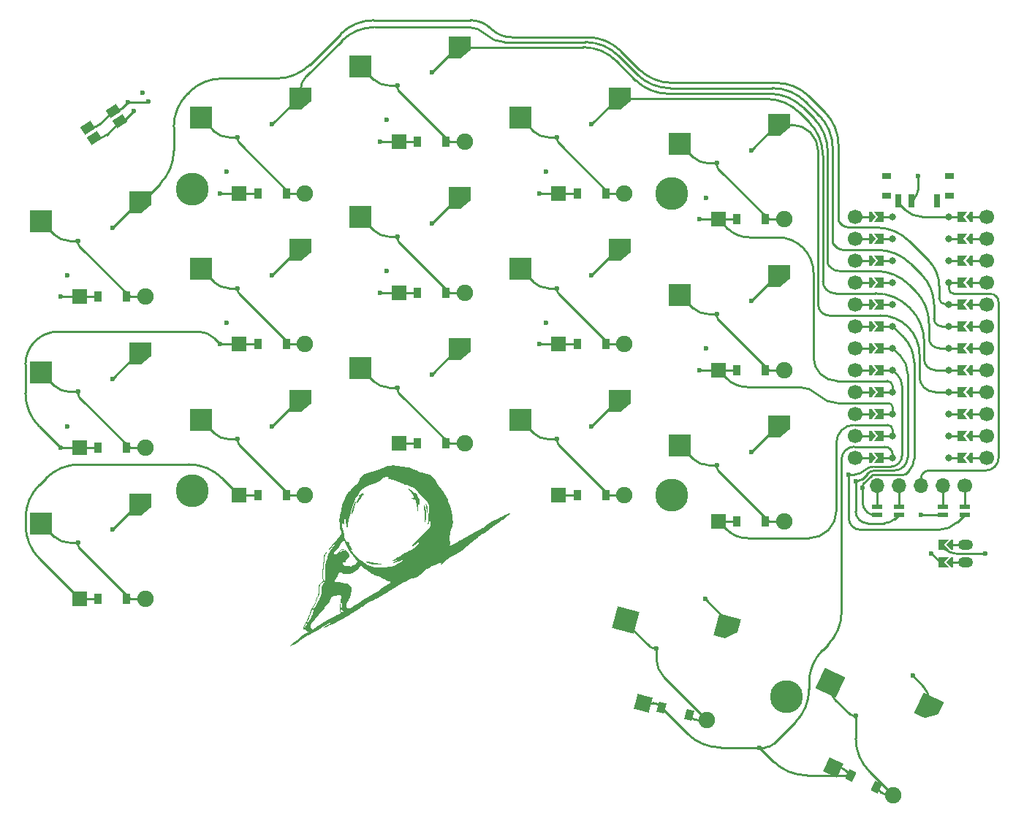
<source format=gbr>
%TF.GenerationSoftware,KiCad,Pcbnew,7.0.10*%
%TF.CreationDate,2024-01-15T23:58:38+02:00*%
%TF.ProjectId,snak_final,736e616b-5f66-4696-9e61-6c2e6b696361,0.1*%
%TF.SameCoordinates,Original*%
%TF.FileFunction,Copper,L1,Top*%
%TF.FilePolarity,Positive*%
%FSLAX46Y46*%
G04 Gerber Fmt 4.6, Leading zero omitted, Abs format (unit mm)*
G04 Created by KiCad (PCBNEW 7.0.10) date 2024-01-15 23:58:38*
%MOMM*%
%LPD*%
G01*
G04 APERTURE LIST*
G04 Aperture macros list*
%AMRotRect*
0 Rectangle, with rotation*
0 The origin of the aperture is its center*
0 $1 length*
0 $2 width*
0 $3 Rotation angle, in degrees counterclockwise*
0 Add horizontal line*
21,1,$1,$2,0,0,$3*%
%AMFreePoly0*
4,1,6,1.300000,-0.250000,0.050000,-1.300000,-1.300000,-1.300000,-1.300000,1.300000,1.300000,1.300000,1.300000,-0.250000,1.300000,-0.250000,$1*%
%AMFreePoly1*
4,1,6,0.250000,0.000000,-0.250000,-0.625000,-0.500000,-0.625000,-0.500000,0.625000,-0.250000,0.625000,0.250000,0.000000,0.250000,0.000000,$1*%
%AMFreePoly2*
4,1,6,0.500000,-0.625000,-0.650000,-0.625000,-0.150000,0.000000,-0.650000,0.625000,0.500000,0.625000,0.500000,-0.625000,0.500000,-0.625000,$1*%
%AMFreePoly3*
4,1,6,0.600000,-1.000000,0.000000,-0.400000,-0.600000,-1.000000,-0.600000,0.250000,0.600000,0.250000,0.600000,-1.000000,0.600000,-1.000000,$1*%
%AMFreePoly4*
4,1,6,0.600000,-0.200000,0.600000,-0.400000,-0.600000,-0.400000,-0.600000,-0.200000,0.000000,0.400000,0.600000,-0.200000,0.600000,-0.200000,$1*%
G04 Aperture macros list end*
%TA.AperFunction,ComponentPad*%
%ADD10C,0.600000*%
%TD*%
%TA.AperFunction,SMDPad,CuDef*%
%ADD11R,2.600000X2.600000*%
%TD*%
%TA.AperFunction,ConnectorPad*%
%ADD12FreePoly0,0.000000*%
%TD*%
%TA.AperFunction,SMDPad,CuDef*%
%ADD13RotRect,2.600000X2.600000X345.000000*%
%TD*%
%TA.AperFunction,ConnectorPad*%
%ADD14FreePoly0,345.000000*%
%TD*%
%TA.AperFunction,SMDPad,CuDef*%
%ADD15RotRect,2.600000X2.600000X335.000000*%
%TD*%
%TA.AperFunction,ConnectorPad*%
%ADD16FreePoly0,335.000000*%
%TD*%
%TA.AperFunction,ComponentPad*%
%ADD17C,1.905000*%
%TD*%
%TA.AperFunction,ComponentPad*%
%ADD18R,1.778000X1.778000*%
%TD*%
%TA.AperFunction,SMDPad,CuDef*%
%ADD19R,0.900000X1.200000*%
%TD*%
%TA.AperFunction,ComponentPad*%
%ADD20RotRect,1.778000X1.778000X345.000000*%
%TD*%
%TA.AperFunction,SMDPad,CuDef*%
%ADD21RotRect,0.900000X1.200000X345.000000*%
%TD*%
%TA.AperFunction,ComponentPad*%
%ADD22RotRect,1.778000X1.778000X335.000000*%
%TD*%
%TA.AperFunction,SMDPad,CuDef*%
%ADD23RotRect,0.900000X1.200000X335.000000*%
%TD*%
%TA.AperFunction,SMDPad,CuDef*%
%ADD24FreePoly1,180.000000*%
%TD*%
%TA.AperFunction,SMDPad,CuDef*%
%ADD25FreePoly2,180.000000*%
%TD*%
%TA.AperFunction,SMDPad,CuDef*%
%ADD26FreePoly2,0.000000*%
%TD*%
%TA.AperFunction,SMDPad,CuDef*%
%ADD27FreePoly1,0.000000*%
%TD*%
%TA.AperFunction,ComponentPad*%
%ADD28C,0.800000*%
%TD*%
%TA.AperFunction,ComponentPad*%
%ADD29C,1.700000*%
%TD*%
%TA.AperFunction,ComponentPad*%
%ADD30O,1.700000X1.700000*%
%TD*%
%TA.AperFunction,SMDPad,CuDef*%
%ADD31R,1.200000X0.600000*%
%TD*%
%TA.AperFunction,SMDPad,CuDef*%
%ADD32R,1.000000X0.800000*%
%TD*%
%TA.AperFunction,SMDPad,CuDef*%
%ADD33R,0.700000X1.500000*%
%TD*%
%TA.AperFunction,SMDPad,CuDef*%
%ADD34FreePoly3,90.000000*%
%TD*%
%TA.AperFunction,SMDPad,CuDef*%
%ADD35FreePoly4,90.000000*%
%TD*%
%TA.AperFunction,ComponentPad*%
%ADD36O,1.750000X1.200000*%
%TD*%
%TA.AperFunction,SMDPad,CuDef*%
%ADD37RotRect,1.400000X1.050000X213.000000*%
%TD*%
%TA.AperFunction,ComponentPad*%
%ADD38C,3.800000*%
%TD*%
%TA.AperFunction,Conductor*%
%ADD39C,0.250000*%
%TD*%
G04 APERTURE END LIST*
%TA.AperFunction,EtchedComponent*%
%TO.C,G\u002A\u002A\u002A*%
G36*
X136380304Y-94025223D02*
G01*
X136444495Y-94139066D01*
X136462170Y-94180542D01*
X136505659Y-94335403D01*
X136534502Y-94527741D01*
X136547230Y-94726499D01*
X136542377Y-94900619D01*
X136518476Y-95019044D01*
X136502972Y-95044147D01*
X136473891Y-95020963D01*
X136439723Y-94908650D01*
X136403816Y-94719324D01*
X136392502Y-94644423D01*
X136360490Y-94428657D01*
X136330609Y-94240301D01*
X136307848Y-94110386D01*
X136302359Y-94083900D01*
X136294892Y-93988965D01*
X136325655Y-93972298D01*
X136380304Y-94025223D01*
G37*
%TD.AperFunction*%
%TA.AperFunction,EtchedComponent*%
G36*
X128230194Y-93697746D02*
G01*
X128198102Y-93857327D01*
X128131001Y-94108153D01*
X128049533Y-94382170D01*
X127924776Y-94781979D01*
X127822582Y-95094444D01*
X127743827Y-95317148D01*
X127689388Y-95447678D01*
X127660139Y-95483620D01*
X127655422Y-95468200D01*
X127663204Y-95345031D01*
X127695062Y-95150675D01*
X127744809Y-94910933D01*
X127806257Y-94651603D01*
X127873217Y-94398487D01*
X127939502Y-94177384D01*
X127998922Y-94014095D01*
X128010201Y-93989033D01*
X128117283Y-93775054D01*
X128189699Y-93655752D01*
X128227365Y-93630269D01*
X128230194Y-93697746D01*
G37*
%TD.AperFunction*%
%TA.AperFunction,EtchedComponent*%
G36*
X129751675Y-100718200D02*
G01*
X129972716Y-100752571D01*
X130191200Y-100794962D01*
X130451868Y-100848768D01*
X130703534Y-100898108D01*
X130913847Y-100936778D01*
X131029400Y-100955692D01*
X131170873Y-100980521D01*
X131221350Y-101003371D01*
X131191174Y-101029523D01*
X131181800Y-101033468D01*
X131044484Y-101061553D01*
X130836390Y-101071902D01*
X130586639Y-101065270D01*
X130324354Y-101042413D01*
X130082959Y-101004949D01*
X129872561Y-100953364D01*
X129671099Y-100888157D01*
X129549559Y-100836500D01*
X129431231Y-100772876D01*
X129395000Y-100738234D01*
X129432188Y-100715928D01*
X129480000Y-100703086D01*
X129579019Y-100700618D01*
X129751675Y-100718200D01*
G37*
%TD.AperFunction*%
%TA.AperFunction,EtchedComponent*%
G36*
X136142352Y-94153455D02*
G01*
X136188097Y-94252137D01*
X136241614Y-94401218D01*
X136294277Y-94576662D01*
X136337466Y-94754430D01*
X136337711Y-94755610D01*
X136366050Y-94949051D01*
X136371301Y-95165945D01*
X136353606Y-95438191D01*
X136341312Y-95558969D01*
X136308188Y-95815888D01*
X136274042Y-96000527D01*
X136241668Y-96107373D01*
X136213862Y-96130912D01*
X136193417Y-96065630D01*
X136183129Y-95906013D01*
X136182620Y-95872060D01*
X136178456Y-95705922D01*
X136169210Y-95468354D01*
X136156190Y-95189325D01*
X136140704Y-94898803D01*
X136138395Y-94858600D01*
X136124614Y-94601324D01*
X136115073Y-94382848D01*
X136110424Y-94221916D01*
X136111319Y-94137273D01*
X136112999Y-94129209D01*
X136142352Y-94153455D01*
G37*
%TD.AperFunction*%
%TA.AperFunction,EtchedComponent*%
G36*
X129046250Y-92763674D02*
G01*
X129031059Y-92860078D01*
X129060998Y-92882103D01*
X129093348Y-92872539D01*
X129162097Y-92869687D01*
X129175200Y-92892395D01*
X129132317Y-92942359D01*
X129027991Y-92994857D01*
X129017111Y-92998770D01*
X128902950Y-93061094D01*
X128887092Y-93127026D01*
X128875589Y-93214939D01*
X128833648Y-93267385D01*
X128764102Y-93340695D01*
X128658310Y-93469901D01*
X128538485Y-93627803D01*
X128531868Y-93636864D01*
X128427089Y-93775141D01*
X128349989Y-93866371D01*
X128314666Y-93894130D01*
X128313841Y-93890864D01*
X128339408Y-93741471D01*
X128394886Y-93558581D01*
X128464944Y-93385014D01*
X128534245Y-93263592D01*
X128541649Y-93254709D01*
X128602941Y-93165859D01*
X128583894Y-93121943D01*
X128578300Y-93119744D01*
X128518008Y-93071259D01*
X128548561Y-93014231D01*
X128629100Y-92976819D01*
X128736453Y-92920965D01*
X128868100Y-92822388D01*
X128912201Y-92782896D01*
X129081003Y-92623400D01*
X129046250Y-92763674D01*
G37*
%TD.AperFunction*%
%TA.AperFunction,EtchedComponent*%
G36*
X134438286Y-92308264D02*
G01*
X134565279Y-92379707D01*
X134698739Y-92467219D01*
X134788600Y-92535679D01*
X134918265Y-92658416D01*
X135027992Y-92786121D01*
X135034540Y-92795232D01*
X135128081Y-92928200D01*
X135094231Y-92777179D01*
X135074963Y-92675875D01*
X135093067Y-92660610D01*
X135160204Y-92716496D01*
X135245498Y-92824039D01*
X135347723Y-92995806D01*
X135451114Y-93199826D01*
X135539904Y-93404130D01*
X135598329Y-93576746D01*
X135609245Y-93627105D01*
X135614107Y-93795977D01*
X135588114Y-93969831D01*
X135588075Y-93969973D01*
X135540058Y-94147400D01*
X135479871Y-93931500D01*
X135441063Y-93801429D01*
X135413194Y-93724521D01*
X135407146Y-93715600D01*
X135403613Y-93762726D01*
X135404228Y-93889607D01*
X135408717Y-94074490D01*
X135413408Y-94210900D01*
X135416382Y-94439494D01*
X135408771Y-94641974D01*
X135392159Y-94788552D01*
X135380323Y-94833200D01*
X135350918Y-94892436D01*
X135334368Y-94880116D01*
X135326420Y-94784735D01*
X135323978Y-94680800D01*
X135312007Y-94468245D01*
X135279483Y-94242525D01*
X135221128Y-93972852D01*
X135164542Y-93750710D01*
X135114726Y-93619921D01*
X135030449Y-93533432D01*
X134887436Y-93460415D01*
X134733145Y-93386907D01*
X134671107Y-93339777D01*
X134702333Y-93321824D01*
X134827831Y-93335848D01*
X134843511Y-93338722D01*
X135025423Y-93372849D01*
X134898291Y-93121967D01*
X134796539Y-92947228D01*
X134659612Y-92744795D01*
X134538579Y-92585568D01*
X134424984Y-92442255D01*
X134342148Y-92330380D01*
X134306364Y-92272059D01*
X134306000Y-92269921D01*
X134343334Y-92266974D01*
X134438286Y-92308264D01*
G37*
%TD.AperFunction*%
%TA.AperFunction,EtchedComponent*%
G36*
X132987004Y-89586233D02*
G01*
X133200155Y-89617859D01*
X133476758Y-89662565D01*
X133780491Y-89707930D01*
X134053274Y-89745342D01*
X134096412Y-89750790D01*
X134414867Y-89806989D01*
X134692121Y-89898423D01*
X134877802Y-89984940D01*
X135202702Y-90143455D01*
X135472840Y-90256654D01*
X135718380Y-90334989D01*
X135969488Y-90388914D01*
X136103111Y-90409510D01*
X136534857Y-90512546D01*
X136901470Y-90693277D01*
X137204978Y-90953160D01*
X137447409Y-91293654D01*
X137514460Y-91424180D01*
X137629956Y-91635447D01*
X137770422Y-91846751D01*
X137884581Y-91988400D01*
X138137582Y-92297737D01*
X138393687Y-92674786D01*
X138633811Y-93088111D01*
X138838868Y-93506278D01*
X138911622Y-93680037D01*
X138998138Y-93904427D01*
X139068695Y-94096972D01*
X139115800Y-94236555D01*
X139132000Y-94300937D01*
X139147083Y-94375606D01*
X139187178Y-94519279D01*
X139244552Y-94704781D01*
X139263546Y-94763215D01*
X139336586Y-95022114D01*
X139385157Y-95292745D01*
X139415296Y-95612636D01*
X139423197Y-95755452D01*
X139432850Y-96007319D01*
X139432408Y-96214271D01*
X139418002Y-96400910D01*
X139385766Y-96591836D01*
X139331830Y-96811650D01*
X139252327Y-97084955D01*
X139174608Y-97336591D01*
X139104599Y-97566871D01*
X139063083Y-97730907D01*
X139046613Y-97858903D01*
X139051743Y-97981065D01*
X139075025Y-98127598D01*
X139080802Y-98158492D01*
X139108943Y-98373551D01*
X139115834Y-98581286D01*
X139106538Y-98694361D01*
X139070931Y-98905119D01*
X139241165Y-98817321D01*
X139398640Y-98730777D01*
X139571142Y-98628651D01*
X139603789Y-98608331D01*
X139730922Y-98541779D01*
X139826694Y-98515573D01*
X139849149Y-98519876D01*
X139913600Y-98508320D01*
X139977796Y-98444570D01*
X140065919Y-98357746D01*
X140206036Y-98257036D01*
X140291236Y-98206451D01*
X140910856Y-97870924D01*
X141535754Y-97538959D01*
X142126319Y-97231532D01*
X142307000Y-97139001D01*
X142598884Y-96982415D01*
X142862669Y-96826202D01*
X143075818Y-96684355D01*
X143203949Y-96582200D01*
X143449956Y-96382600D01*
X143602400Y-96382600D01*
X143627800Y-96408000D01*
X143653200Y-96382600D01*
X143627800Y-96357200D01*
X143602400Y-96382600D01*
X143449956Y-96382600D01*
X143547308Y-96303613D01*
X143934621Y-96057218D01*
X144320440Y-95871919D01*
X144321181Y-95871628D01*
X144515847Y-95787697D01*
X144749569Y-95676008D01*
X144973592Y-95559914D01*
X144985347Y-95553491D01*
X145263917Y-95407251D01*
X145516698Y-95286519D01*
X145735651Y-95193167D01*
X145912734Y-95129066D01*
X146039905Y-95096088D01*
X146109124Y-95096104D01*
X146112350Y-95130986D01*
X146041540Y-95202606D01*
X145888655Y-95312834D01*
X145815077Y-95360370D01*
X145638326Y-95477764D01*
X145496307Y-95582734D01*
X145410317Y-95659056D01*
X145395457Y-95680034D01*
X145336046Y-95745024D01*
X145218356Y-95825111D01*
X145158234Y-95857836D01*
X144999819Y-95953916D01*
X144819878Y-96085984D01*
X144716257Y-96173172D01*
X144487980Y-96366952D01*
X144208212Y-96581955D01*
X143866955Y-96825363D01*
X143454211Y-97104357D01*
X143073815Y-97352843D01*
X142837483Y-97509114D01*
X142635518Y-97649741D01*
X142481740Y-97764522D01*
X142389968Y-97843252D01*
X142370129Y-97872431D01*
X142338052Y-97931708D01*
X142243291Y-98001381D01*
X142226854Y-98010240D01*
X142128302Y-98075555D01*
X141976407Y-98193134D01*
X141792230Y-98346053D01*
X141604925Y-98510094D01*
X141076791Y-98950867D01*
X140476718Y-99391750D01*
X139832501Y-99813466D01*
X139175617Y-100194744D01*
X138821000Y-100406114D01*
X138519369Y-100623741D01*
X138358628Y-100765364D01*
X138200084Y-100911111D01*
X138088852Y-100993847D01*
X138031290Y-101011371D01*
X138033758Y-100961486D01*
X138092383Y-100857407D01*
X138145500Y-100758991D01*
X138128296Y-100731886D01*
X138039671Y-100775801D01*
X137967747Y-100824647D01*
X137848556Y-100893339D01*
X137672631Y-100976328D01*
X137490339Y-101050844D01*
X137296142Y-101130643D01*
X137050690Y-101241051D01*
X136792208Y-101364550D01*
X136649498Y-101436239D01*
X136386439Y-101579039D01*
X136189148Y-101707659D01*
X136028250Y-101843565D01*
X135887412Y-101993145D01*
X135698392Y-102196048D01*
X135523580Y-102342489D01*
X135332183Y-102450935D01*
X135093407Y-102539853D01*
X134869562Y-102603553D01*
X134627163Y-102680623D01*
X134346033Y-102795137D01*
X134019113Y-102950839D01*
X133639348Y-103151473D01*
X133199678Y-103400784D01*
X132693047Y-103702516D01*
X132112397Y-104060412D01*
X132049956Y-104099456D01*
X131736779Y-104294503D01*
X131441073Y-104476786D01*
X131177124Y-104637645D01*
X130959218Y-104768421D01*
X130801637Y-104860454D01*
X130729156Y-104900094D01*
X130538483Y-104999721D01*
X130285420Y-105137998D01*
X129994476Y-105300930D01*
X129690155Y-105474517D01*
X129396964Y-105644761D01*
X129139409Y-105797666D01*
X128941996Y-105919234D01*
X128917785Y-105934740D01*
X128724879Y-106055836D01*
X128535164Y-106169327D01*
X128388583Y-106251341D01*
X128384385Y-106253524D01*
X128263643Y-106325741D01*
X128087413Y-106443301D01*
X127880453Y-106589232D01*
X127690512Y-106729193D01*
X127396300Y-106933768D01*
X127037763Y-107155769D01*
X126645614Y-107376695D01*
X126420512Y-107494195D01*
X126122161Y-107642933D01*
X125807001Y-107796047D01*
X125488481Y-107947424D01*
X125180049Y-108090950D01*
X124895157Y-108220510D01*
X124647252Y-108329991D01*
X124449785Y-108413279D01*
X124316204Y-108464261D01*
X124259960Y-108476822D01*
X124259582Y-108476516D01*
X124293489Y-108445027D01*
X124400024Y-108371886D01*
X124564184Y-108266854D01*
X124770967Y-108139692D01*
X124854594Y-108089394D01*
X125073081Y-107956422D01*
X125254199Y-107841726D01*
X125383007Y-107755121D01*
X125444567Y-107706421D01*
X125447328Y-107699995D01*
X125423852Y-107695998D01*
X125372677Y-107712293D01*
X125285076Y-107753694D01*
X125152319Y-107825019D01*
X124965676Y-107931082D01*
X124716420Y-108076699D01*
X124395822Y-108266687D01*
X124096578Y-108445212D01*
X123777221Y-108634842D01*
X123455677Y-108823547D01*
X123152880Y-108999201D01*
X122889764Y-109149680D01*
X122687264Y-109262860D01*
X122647400Y-109284534D01*
X122402146Y-109424743D01*
X122119461Y-109598645D01*
X121843112Y-109778869D01*
X121707600Y-109872240D01*
X121434285Y-110058327D01*
X121176520Y-110220538D01*
X120946623Y-110352416D01*
X120756913Y-110447505D01*
X120619711Y-110499348D01*
X120547336Y-110501490D01*
X120539200Y-110484584D01*
X120577101Y-110436206D01*
X120678116Y-110344829D01*
X120823215Y-110227242D01*
X120882100Y-110182089D01*
X121086565Y-110022067D01*
X121322336Y-109829343D01*
X121545741Y-109639776D01*
X121593959Y-109597593D01*
X121806341Y-109424917D01*
X122044134Y-109253990D01*
X122264421Y-109115155D01*
X122317859Y-109085775D01*
X122484546Y-108992956D01*
X122609225Y-108913571D01*
X122670102Y-108861795D01*
X122672800Y-108854917D01*
X122632276Y-108786586D01*
X122535223Y-108704034D01*
X122418411Y-108633252D01*
X122318614Y-108600232D01*
X122312136Y-108600000D01*
X122208349Y-108559033D01*
X122152515Y-108450571D01*
X122147090Y-108353879D01*
X122212837Y-108353879D01*
X122233221Y-108396686D01*
X122235659Y-108396800D01*
X122274864Y-108356328D01*
X122335599Y-108256491D01*
X122348662Y-108231700D01*
X122406582Y-108133524D01*
X122977600Y-108133524D01*
X123000695Y-108271476D01*
X123058617Y-108408468D01*
X123134320Y-108517269D01*
X123210759Y-108570646D01*
X123248184Y-108565798D01*
X123319314Y-108518594D01*
X123443019Y-108432254D01*
X123561800Y-108347512D01*
X124202923Y-107913525D01*
X124901748Y-107489874D01*
X125615538Y-107102213D01*
X125745447Y-107036673D01*
X126033739Y-106892096D01*
X126240989Y-106784820D01*
X126377625Y-106707918D01*
X126454072Y-106654464D01*
X126480758Y-106617530D01*
X126468109Y-106590190D01*
X126442482Y-106573609D01*
X126383725Y-106531197D01*
X126349902Y-106465594D01*
X126334352Y-106351335D01*
X126330612Y-106172474D01*
X126416980Y-106172474D01*
X126424548Y-106359263D01*
X126451855Y-106481148D01*
X126475723Y-106512592D01*
X126578735Y-106535099D01*
X126695365Y-106514091D01*
X126761398Y-106467696D01*
X126738127Y-106422987D01*
X126652987Y-106370574D01*
X126563581Y-106313722D01*
X126541716Y-106232417D01*
X126553829Y-106149353D01*
X126580381Y-105979536D01*
X126604817Y-105756417D01*
X126626113Y-105500461D01*
X126643243Y-105232135D01*
X126655183Y-104971902D01*
X126660910Y-104740231D01*
X126659397Y-104557585D01*
X126649621Y-104444431D01*
X126640438Y-104419318D01*
X126610320Y-104418708D01*
X126592174Y-104496689D01*
X126584294Y-104662951D01*
X126583649Y-104741740D01*
X126571723Y-104989763D01*
X126541466Y-105254060D01*
X126506328Y-105445030D01*
X126458507Y-105693122D01*
X126428512Y-105943015D01*
X126416980Y-106172474D01*
X126330612Y-106172474D01*
X126330413Y-106162953D01*
X126330400Y-106145085D01*
X126341971Y-105906018D01*
X126372041Y-105657008D01*
X126406600Y-105483994D01*
X126439258Y-105319291D01*
X126463502Y-105122133D01*
X126478400Y-104916900D01*
X126483019Y-104727971D01*
X126476428Y-104579729D01*
X126457696Y-104496554D01*
X126444700Y-104486858D01*
X126379449Y-104503462D01*
X126250124Y-104544689D01*
X126127200Y-104586800D01*
X125931072Y-104643457D01*
X125736318Y-104680437D01*
X125644600Y-104688120D01*
X125545540Y-104692621D01*
X125475601Y-104714649D01*
X125417070Y-104772350D01*
X125352237Y-104883872D01*
X125263391Y-105067362D01*
X125252967Y-105089389D01*
X125131682Y-105315049D01*
X124989778Y-105533664D01*
X124854698Y-105703295D01*
X124843756Y-105714785D01*
X124698787Y-105873764D01*
X124530848Y-106072297D01*
X124376265Y-106267440D01*
X124376088Y-106267674D01*
X124244681Y-106434524D01*
X124068268Y-106649511D01*
X123869715Y-106885165D01*
X123671883Y-107114017D01*
X123667699Y-107118782D01*
X123431782Y-107389493D01*
X123255961Y-107597965D01*
X123131650Y-107756825D01*
X123050259Y-107878700D01*
X123003201Y-107976219D01*
X122981889Y-108062009D01*
X122977600Y-108133524D01*
X122406582Y-108133524D01*
X122412476Y-108123533D01*
X122520082Y-107957477D01*
X122655449Y-107757761D01*
X122777252Y-107584000D01*
X122961540Y-107311454D01*
X123088981Y-107086800D01*
X123173056Y-106884604D01*
X123204706Y-106777609D01*
X123243870Y-106599931D01*
X123263531Y-106455425D01*
X123260380Y-106380691D01*
X123265516Y-106266845D01*
X123339541Y-106115080D01*
X123469913Y-105948229D01*
X123533058Y-105884251D01*
X123653660Y-105728709D01*
X123749147Y-105533490D01*
X123763971Y-105488814D01*
X123830342Y-105308596D01*
X123911616Y-105143829D01*
X123942637Y-105095027D01*
X124096215Y-104805510D01*
X124199501Y-104449473D01*
X124245741Y-104052198D01*
X124247600Y-103953792D01*
X124251627Y-103735429D01*
X124269031Y-103583407D01*
X124307795Y-103462614D01*
X124375901Y-103337935D01*
X124394267Y-103308620D01*
X124486053Y-103152469D01*
X124546870Y-103031598D01*
X125720800Y-103031598D01*
X125736519Y-103076092D01*
X125798459Y-103094528D01*
X125928789Y-103090826D01*
X126012900Y-103083254D01*
X126312400Y-103083437D01*
X126527286Y-103134833D01*
X126719179Y-103184120D01*
X126937246Y-103212490D01*
X127012277Y-103215200D01*
X127179213Y-103223407D01*
X127293524Y-103261777D01*
X127403362Y-103350933D01*
X127457084Y-103405700D01*
X127611583Y-103578759D01*
X127699935Y-103720876D01*
X127733400Y-103866912D01*
X127723241Y-104051728D01*
X127704827Y-104172532D01*
X127657895Y-104417557D01*
X127601805Y-104615511D01*
X127522212Y-104803527D01*
X127404773Y-105018734D01*
X127328921Y-105145600D01*
X127173638Y-105450550D01*
X127102448Y-105713900D01*
X127116218Y-105931005D01*
X127163276Y-106033604D01*
X127246470Y-106125422D01*
X127322653Y-106161600D01*
X127398035Y-106138508D01*
X127538270Y-106076502D01*
X127719664Y-105986482D01*
X127829215Y-105928535D01*
X128067700Y-105791645D01*
X128342511Y-105621800D01*
X128608778Y-105447115D01*
X128716742Y-105372378D01*
X128949652Y-105214568D01*
X129233837Y-105032527D01*
X129531136Y-104850233D01*
X129771109Y-104709891D01*
X130015092Y-104571382D01*
X130248371Y-104438929D01*
X130445848Y-104326785D01*
X130582425Y-104249200D01*
X130591230Y-104244197D01*
X130771760Y-104128498D01*
X130951535Y-103993625D01*
X130997630Y-103954470D01*
X131117284Y-103858998D01*
X131296425Y-103728974D01*
X131508221Y-103583440D01*
X131673022Y-103475139D01*
X131925510Y-103311297D01*
X132097818Y-103192472D01*
X132195731Y-103109530D01*
X132225033Y-103053334D01*
X132191510Y-103014750D01*
X132100946Y-102984642D01*
X131998021Y-102961910D01*
X131754428Y-102883192D01*
X131507665Y-102757611D01*
X131450475Y-102720459D01*
X131273435Y-102618383D01*
X131041338Y-102511018D01*
X130797621Y-102417995D01*
X130739734Y-102399208D01*
X130407105Y-102281948D01*
X130123090Y-102154384D01*
X129905623Y-102025546D01*
X129782952Y-101917573D01*
X129703266Y-101845236D01*
X129569506Y-101745315D01*
X129450552Y-101665403D01*
X129270690Y-101539145D01*
X129095974Y-101398699D01*
X129012840Y-101322253D01*
X128837579Y-101146992D01*
X128561889Y-101471998D01*
X128323991Y-101715134D01*
X128065075Y-101897159D01*
X127756161Y-102035360D01*
X127474578Y-102120558D01*
X127127216Y-102165824D01*
X126802169Y-102112952D01*
X126555911Y-102000908D01*
X126367380Y-101889672D01*
X126247290Y-102002491D01*
X126158692Y-102128296D01*
X126127200Y-102250000D01*
X126088160Y-102386735D01*
X126003062Y-102501311D01*
X125888103Y-102639442D01*
X125789642Y-102808622D01*
X125729584Y-102967699D01*
X125720800Y-103031598D01*
X124546870Y-103031598D01*
X124556949Y-103011567D01*
X124578914Y-102955774D01*
X124627625Y-102849179D01*
X124669003Y-102800760D01*
X124688876Y-102738986D01*
X124693720Y-102586538D01*
X124683503Y-102340027D01*
X124661716Y-102038760D01*
X124638971Y-101743327D01*
X124627106Y-101522974D01*
X124627112Y-101351663D01*
X124639981Y-101203357D01*
X124666705Y-101052019D01*
X124705794Y-100881876D01*
X124757444Y-100681310D01*
X124805661Y-100517016D01*
X124842433Y-100415532D01*
X124851486Y-100399276D01*
X124890459Y-100313342D01*
X124923639Y-100186609D01*
X124990652Y-99970521D01*
X125113521Y-99704531D01*
X125122572Y-99688564D01*
X125686773Y-99688564D01*
X125692429Y-99790698D01*
X125787384Y-99845646D01*
X125827763Y-99852366D01*
X125910314Y-99845495D01*
X125998697Y-99795333D01*
X126108671Y-99691228D01*
X126249567Y-99691228D01*
X126288636Y-99696172D01*
X126392633Y-99627749D01*
X126480881Y-99555535D01*
X126641901Y-99449526D01*
X126791540Y-99405447D01*
X126801379Y-99405200D01*
X126896663Y-99390535D01*
X126914600Y-99354400D01*
X126829156Y-99301462D01*
X126697705Y-99309035D01*
X126546698Y-99366410D01*
X126402585Y-99462879D01*
X126291818Y-99587732D01*
X126277491Y-99612339D01*
X126249567Y-99691228D01*
X126108671Y-99691228D01*
X126112537Y-99687568D01*
X126223352Y-99563887D01*
X126432959Y-99354746D01*
X126622905Y-99241701D01*
X126804014Y-99223929D01*
X126987107Y-99300607D01*
X127183008Y-99470911D01*
X127200492Y-99489564D01*
X127367233Y-99702637D01*
X127441506Y-99891312D01*
X127424260Y-100071137D01*
X127316444Y-100257660D01*
X127252010Y-100333435D01*
X127130773Y-100475135D01*
X127031813Y-100606265D01*
X126993836Y-100666959D01*
X126920646Y-100753286D01*
X126816098Y-100756694D01*
X126811939Y-100755673D01*
X126698276Y-100750870D01*
X126660920Y-100807969D01*
X126701243Y-100920259D01*
X126760430Y-101007595D01*
X126850731Y-101112630D01*
X126939311Y-101164805D01*
X127067461Y-101182418D01*
X127158485Y-101183977D01*
X127324975Y-101193516D01*
X127456260Y-101216976D01*
X127498800Y-101234000D01*
X127555924Y-101269370D01*
X127601365Y-101274895D01*
X127666926Y-101242330D01*
X127784411Y-101163427D01*
X127792687Y-101157800D01*
X127918278Y-101080215D01*
X128013103Y-101035286D01*
X128034027Y-101030800D01*
X128099231Y-100996976D01*
X128201692Y-100911369D01*
X128254058Y-100859955D01*
X128419646Y-100689111D01*
X127881850Y-99990870D01*
X127573710Y-99568590D01*
X127310477Y-99162605D01*
X127101162Y-98788234D01*
X126954774Y-98460794D01*
X126917289Y-98351100D01*
X126876543Y-98262571D01*
X126845286Y-98236800D01*
X126777586Y-98275308D01*
X126674015Y-98375178D01*
X126554598Y-98512929D01*
X126439357Y-98665081D01*
X126348318Y-98808151D01*
X126332487Y-98838140D01*
X126239965Y-98986218D01*
X126102079Y-99165138D01*
X125948185Y-99336899D01*
X125943630Y-99341542D01*
X125770484Y-99538945D01*
X125686773Y-99688564D01*
X125122572Y-99688564D01*
X125278768Y-99413004D01*
X125472914Y-99120302D01*
X125622952Y-98922600D01*
X125789204Y-98708737D01*
X125942146Y-98497513D01*
X126071266Y-98305133D01*
X126166052Y-98147804D01*
X126215991Y-98041730D01*
X126217773Y-98005639D01*
X126181487Y-98036307D01*
X126095363Y-98134189D01*
X125970910Y-98285508D01*
X125819636Y-98476490D01*
X125757758Y-98556279D01*
X125577933Y-98782138D01*
X125398194Y-98995155D01*
X125237471Y-99173688D01*
X125114696Y-99296096D01*
X125097798Y-99310741D01*
X124952852Y-99458969D01*
X124805695Y-99651985D01*
X124715134Y-99799900D01*
X124628894Y-99974795D01*
X124579617Y-100122772D01*
X124557339Y-100286891D01*
X124552100Y-100504510D01*
X124543440Y-100741864D01*
X124520608Y-101029172D01*
X124487890Y-101316476D01*
X124474286Y-101411800D01*
X124423082Y-101923853D01*
X124430528Y-102437664D01*
X124464285Y-102955529D01*
X124305621Y-103114193D01*
X124167414Y-103258603D01*
X124077428Y-103379511D01*
X124025372Y-103505681D01*
X124000953Y-103665876D01*
X123993881Y-103888859D01*
X123993600Y-103986247D01*
X123990806Y-104224640D01*
X123979201Y-104388431D01*
X123953943Y-104504539D01*
X123910192Y-104599885D01*
X123872663Y-104658898D01*
X123802236Y-104793526D01*
X123724556Y-104989740D01*
X123654175Y-105209894D01*
X123641049Y-105258054D01*
X123493464Y-105679161D01*
X123329551Y-105969518D01*
X123209104Y-106175718D01*
X123077644Y-106456106D01*
X122946532Y-106785766D01*
X122906763Y-106896850D01*
X122766591Y-107269087D01*
X122634272Y-107555524D01*
X122502869Y-107770878D01*
X122481153Y-107800131D01*
X122380639Y-107949661D01*
X122296068Y-108107224D01*
X122236959Y-108249677D01*
X122212837Y-108353879D01*
X122147090Y-108353879D01*
X122143857Y-108296268D01*
X122181596Y-108117782D01*
X122264957Y-107936766D01*
X122339691Y-107832191D01*
X122507756Y-107590886D01*
X122661025Y-107279933D01*
X122806038Y-106885421D01*
X122848468Y-106750150D01*
X122994073Y-106360605D01*
X123173879Y-106024193D01*
X123202768Y-105980660D01*
X123370832Y-105687270D01*
X123516824Y-105340587D01*
X123558950Y-105214309D01*
X123632536Y-104993643D01*
X123708852Y-104792144D01*
X123775097Y-104642765D01*
X123795162Y-104606203D01*
X123847232Y-104494157D01*
X123877523Y-104350459D01*
X123890550Y-104147438D01*
X123892000Y-104012610D01*
X123899864Y-103727640D01*
X123929028Y-103517669D01*
X123987853Y-103356923D01*
X124084697Y-103219631D01*
X124180621Y-103122720D01*
X124362669Y-102954040D01*
X124337054Y-102464332D01*
X124333415Y-102108450D01*
X124353748Y-101728450D01*
X124380132Y-101490012D01*
X124412634Y-101210816D01*
X124437249Y-100904842D01*
X124449638Y-100628758D01*
X124450308Y-100573600D01*
X124467869Y-100268748D01*
X124525580Y-100006554D01*
X124634432Y-99763039D01*
X124805413Y-99514226D01*
X125049513Y-99236137D01*
X125076118Y-99208148D01*
X125263319Y-99005529D01*
X125452843Y-98789244D01*
X125614657Y-98593972D01*
X125672320Y-98519684D01*
X125818096Y-98334765D01*
X125999412Y-98117679D01*
X126181615Y-97909716D01*
X126216100Y-97871773D01*
X126355494Y-97713058D01*
X126463582Y-97577525D01*
X126524787Y-97485322D01*
X126532944Y-97461889D01*
X126518372Y-97382473D01*
X126481150Y-97239790D01*
X126438154Y-97093800D01*
X126362767Y-96761089D01*
X126317242Y-96369550D01*
X126310435Y-96165391D01*
X126621245Y-96165391D01*
X126623035Y-96409306D01*
X126637492Y-96605676D01*
X126638242Y-96611200D01*
X126684639Y-96895198D01*
X126746834Y-97205253D01*
X126819082Y-97518710D01*
X126895638Y-97812916D01*
X126970756Y-98065214D01*
X127038690Y-98252952D01*
X127072389Y-98323074D01*
X127171432Y-98479547D01*
X127244312Y-98564429D01*
X127283731Y-98572364D01*
X127282391Y-98497996D01*
X127276640Y-98472976D01*
X127256886Y-98365410D01*
X127275087Y-98350957D01*
X127331454Y-98429860D01*
X127426199Y-98602363D01*
X127479456Y-98706700D01*
X127591316Y-98918453D01*
X127710766Y-99127746D01*
X127813008Y-99291224D01*
X127818130Y-99298740D01*
X127896345Y-99424763D01*
X127906488Y-99475378D01*
X127848756Y-99450416D01*
X127740100Y-99364199D01*
X127668558Y-99314058D01*
X127660647Y-99341353D01*
X127716535Y-99446521D01*
X127836389Y-99630002D01*
X127849575Y-99649287D01*
X128166995Y-100043060D01*
X128525224Y-100364206D01*
X128746579Y-100511441D01*
X128941968Y-100633627D01*
X129151909Y-100777135D01*
X129249533Y-100848940D01*
X129583067Y-101074459D01*
X129914071Y-101232452D01*
X130153134Y-101310868D01*
X130353905Y-101346548D01*
X130629650Y-101367263D01*
X130954966Y-101373751D01*
X131304448Y-101366753D01*
X131652691Y-101347007D01*
X131974290Y-101315250D01*
X132243842Y-101272223D01*
X132350200Y-101246980D01*
X132557513Y-101183572D01*
X132751401Y-101114068D01*
X132882463Y-101057037D01*
X133026008Y-100976423D01*
X133194686Y-100872583D01*
X133368393Y-100759196D01*
X133527021Y-100649940D01*
X133650467Y-100558495D01*
X133718624Y-100498539D01*
X133725093Y-100483759D01*
X133671204Y-100490915D01*
X133540589Y-100527155D01*
X133351990Y-100586799D01*
X133124148Y-100664165D01*
X133088339Y-100676739D01*
X132803002Y-100773945D01*
X132600569Y-100835486D01*
X132483409Y-100861095D01*
X132453892Y-100850511D01*
X132514387Y-100803470D01*
X132657524Y-100724701D01*
X132790916Y-100649328D01*
X132887637Y-100582780D01*
X132934666Y-100537005D01*
X132918982Y-100523951D01*
X132853833Y-100544572D01*
X132740137Y-100575751D01*
X132584392Y-100602604D01*
X132553400Y-100606385D01*
X132350200Y-100629159D01*
X132553400Y-100518113D01*
X132717807Y-100418506D01*
X132870884Y-100310648D01*
X132900197Y-100287133D01*
X133006337Y-100208075D01*
X133082201Y-100168316D01*
X133089802Y-100167200D01*
X133152036Y-100142058D01*
X133275911Y-100075373D01*
X133437424Y-99980252D01*
X133479605Y-99954348D01*
X133662650Y-99846472D01*
X133904967Y-99711278D01*
X134174640Y-99566245D01*
X134433000Y-99432274D01*
X134683896Y-99303148D01*
X134865473Y-99201679D01*
X134999744Y-99111010D01*
X135108721Y-99014287D01*
X135214416Y-98894653D01*
X135332601Y-98743425D01*
X135459086Y-98573200D01*
X135558111Y-98431097D01*
X135615725Y-98337586D01*
X135624701Y-98314735D01*
X135593154Y-98323375D01*
X135507774Y-98390857D01*
X135385715Y-98503332D01*
X135360100Y-98528344D01*
X135221608Y-98650919D01*
X135068927Y-98764966D01*
X134922153Y-98858412D01*
X134801386Y-98919186D01*
X134726723Y-98935216D01*
X134712400Y-98917387D01*
X134749251Y-98835262D01*
X134856721Y-98690076D01*
X135030184Y-98487037D01*
X135265011Y-98231353D01*
X135556576Y-97928232D01*
X135881169Y-97601800D01*
X136121964Y-97360121D01*
X136341333Y-97134645D01*
X136527758Y-96937638D01*
X136669721Y-96781365D01*
X136755704Y-96678093D01*
X136773254Y-96651822D01*
X136808171Y-96542821D01*
X136832133Y-96386143D01*
X136844363Y-96210224D01*
X136844082Y-96043500D01*
X136830513Y-95914407D01*
X136802879Y-95851380D01*
X136795200Y-95849200D01*
X136751801Y-95891162D01*
X136743746Y-95938100D01*
X136721517Y-96031525D01*
X136665129Y-96176058D01*
X136616056Y-96281000D01*
X136545634Y-96418796D01*
X136511710Y-96471343D01*
X136506493Y-96444827D01*
X136520128Y-96357200D01*
X136559083Y-96092626D01*
X136597771Y-95753691D01*
X136633527Y-95367604D01*
X136663684Y-94961576D01*
X136674688Y-94780136D01*
X136684638Y-94438431D01*
X136665818Y-94173801D01*
X136610469Y-93963920D01*
X136510834Y-93786458D01*
X136359153Y-93619088D01*
X136232716Y-93508228D01*
X135940225Y-93253575D01*
X135714348Y-93025992D01*
X135533329Y-92802416D01*
X135445905Y-92674200D01*
X135333321Y-92509998D01*
X135219775Y-92375081D01*
X135090347Y-92260488D01*
X134930118Y-92157256D01*
X134724167Y-92056424D01*
X134457576Y-91949030D01*
X134115423Y-91826114D01*
X133925000Y-91760682D01*
X133667502Y-91668778D01*
X133413496Y-91570945D01*
X133197266Y-91480744D01*
X133084144Y-91428100D01*
X132773474Y-91290916D01*
X132471372Y-91192987D01*
X132203377Y-91141187D01*
X132012740Y-91139650D01*
X131878894Y-91145160D01*
X131820433Y-91124091D01*
X131846448Y-91087854D01*
X131943800Y-91053139D01*
X132047871Y-91010083D01*
X132062517Y-90962670D01*
X131999192Y-90918628D01*
X131869350Y-90885683D01*
X131684443Y-90871564D01*
X131674577Y-90871493D01*
X131438506Y-90915629D01*
X131224204Y-91053211D01*
X131085954Y-91203466D01*
X131007195Y-91291523D01*
X130909294Y-91371751D01*
X130778377Y-91451090D01*
X130600567Y-91536478D01*
X130361989Y-91634854D01*
X130048767Y-91753159D01*
X129821772Y-91835679D01*
X129497586Y-91961731D01*
X129237395Y-92089846D01*
X129021687Y-92236917D01*
X128830947Y-92419837D01*
X128645664Y-92655499D01*
X128446323Y-92960797D01*
X128362659Y-93098865D01*
X128168380Y-93439430D01*
X128011828Y-93754535D01*
X127882335Y-94071980D01*
X127769234Y-94419565D01*
X127661858Y-94825091D01*
X127601410Y-95082748D01*
X127536123Y-95354580D01*
X127466726Y-95617414D01*
X127401621Y-95840844D01*
X127350322Y-95991648D01*
X127271675Y-96276134D01*
X127242008Y-96618440D01*
X127241579Y-96651180D01*
X127234166Y-96843767D01*
X127217317Y-96936998D01*
X127193137Y-96932459D01*
X127163729Y-96831739D01*
X127131196Y-96636423D01*
X127121239Y-96560400D01*
X127091672Y-96361409D01*
X127049058Y-96119242D01*
X127007474Y-95909839D01*
X126966070Y-95644092D01*
X126947061Y-95367716D01*
X126949362Y-95211480D01*
X126955080Y-95023908D01*
X126941967Y-94935791D01*
X126919270Y-94935209D01*
X126900390Y-95001378D01*
X126881840Y-95150341D01*
X126865235Y-95363300D01*
X126852193Y-95621459D01*
X126847194Y-95773268D01*
X126837628Y-96043053D01*
X126825053Y-96272989D01*
X126810770Y-96445801D01*
X126796079Y-96544214D01*
X126787967Y-96560400D01*
X126768361Y-96513235D01*
X126745464Y-96385858D01*
X126722538Y-96199448D01*
X126707773Y-96039700D01*
X126665658Y-95519000D01*
X126632549Y-95925400D01*
X126621245Y-96165391D01*
X126310435Y-96165391D01*
X126303521Y-95958045D01*
X126323546Y-95565435D01*
X126351531Y-95360892D01*
X126484081Y-94723653D01*
X126645946Y-94129021D01*
X126832217Y-93590737D01*
X127037989Y-93122541D01*
X127258352Y-92738173D01*
X127319319Y-92651089D01*
X127427361Y-92523833D01*
X127591219Y-92354780D01*
X127788126Y-92166532D01*
X127983374Y-91991952D01*
X128199413Y-91801459D01*
X128353319Y-91652151D01*
X128463074Y-91522732D01*
X128546663Y-91391907D01*
X128622070Y-91238382D01*
X128624685Y-91232552D01*
X128743310Y-90992261D01*
X128868722Y-90803326D01*
X129017395Y-90654558D01*
X129205806Y-90534765D01*
X129450429Y-90432757D01*
X129767740Y-90337345D01*
X130045274Y-90267689D01*
X130636041Y-90110253D01*
X131125784Y-89944435D01*
X131514740Y-89770153D01*
X131613066Y-89715467D01*
X131857390Y-89618427D01*
X132178471Y-89563886D01*
X132560333Y-89552827D01*
X132987004Y-89586233D01*
G37*
%TD.AperFunction*%
%TD*%
D10*
%TO.P,REF\u002A\u002A,1*%
%TO.N,R1*%
X94000000Y-70000000D03*
%TD*%
%TO.P,REF\u002A\u002A,1*%
%TO.N,R2*%
X94000000Y-87500000D03*
%TD*%
D11*
%TO.P,S1,2*%
%TO.N,pinky_bot*%
X91725000Y-96250000D03*
D12*
%TO.P,S1,1*%
%TO.N,C1*%
X103275000Y-94050000D03*
%TD*%
D11*
%TO.P,S2,2*%
%TO.N,pinky_mid*%
X91725000Y-78750000D03*
D12*
%TO.P,S2,1*%
%TO.N,C1*%
X103275000Y-76550000D03*
%TD*%
D11*
%TO.P,S3,2*%
%TO.N,pinky_top*%
X91725000Y-61250000D03*
D12*
%TO.P,S3,1*%
%TO.N,C1*%
X103275000Y-59050000D03*
%TD*%
D11*
%TO.P,S4,2*%
%TO.N,ring_bot*%
X110225000Y-84250000D03*
D12*
%TO.P,S4,1*%
%TO.N,C2*%
X121775000Y-82050000D03*
%TD*%
D11*
%TO.P,S5,2*%
%TO.N,ring_mid*%
X110225000Y-66750000D03*
D12*
%TO.P,S5,1*%
%TO.N,C2*%
X121775000Y-64550000D03*
%TD*%
D11*
%TO.P,S6,2*%
%TO.N,ring_top*%
X110225000Y-49250000D03*
D12*
%TO.P,S6,1*%
%TO.N,C2*%
X121775000Y-47050000D03*
%TD*%
D11*
%TO.P,S7,2*%
%TO.N,middle_bot*%
X128725000Y-78250000D03*
D12*
%TO.P,S7,1*%
%TO.N,C3*%
X140275000Y-76050000D03*
%TD*%
D11*
%TO.P,S8,2*%
%TO.N,middle_mid*%
X128725000Y-60750000D03*
D12*
%TO.P,S8,1*%
%TO.N,C3*%
X140275000Y-58550000D03*
%TD*%
D11*
%TO.P,S9,2*%
%TO.N,middle_top*%
X128725000Y-43250000D03*
D12*
%TO.P,S9,1*%
%TO.N,C3*%
X140275000Y-41050000D03*
%TD*%
D11*
%TO.P,S10,2*%
%TO.N,index_bot*%
X147225000Y-84250000D03*
D12*
%TO.P,S10,1*%
%TO.N,C4*%
X158775000Y-82050000D03*
%TD*%
D11*
%TO.P,S11,2*%
%TO.N,index_mid*%
X147225000Y-66750000D03*
D12*
%TO.P,S11,1*%
%TO.N,C4*%
X158775000Y-64550000D03*
%TD*%
D11*
%TO.P,S12,2*%
%TO.N,index_top*%
X147225000Y-49250000D03*
D12*
%TO.P,S12,1*%
%TO.N,C4*%
X158775000Y-47050000D03*
%TD*%
D11*
%TO.P,S13,2*%
%TO.N,inner_bot*%
X165725000Y-87250000D03*
D12*
%TO.P,S13,1*%
%TO.N,C5*%
X177275000Y-85050000D03*
%TD*%
D11*
%TO.P,S14,2*%
%TO.N,inner_mid*%
X165725000Y-69750000D03*
D12*
%TO.P,S14,1*%
%TO.N,C5*%
X177275000Y-67550000D03*
%TD*%
D11*
%TO.P,S15,2*%
%TO.N,inner_top*%
X165725000Y-52250000D03*
D12*
%TO.P,S15,1*%
%TO.N,C5*%
X177275000Y-50050000D03*
%TD*%
D13*
%TO.P,S16,2*%
%TO.N,out_home*%
X159477535Y-107486051D03*
D14*
%TO.P,S16,1*%
%TO.N,T1*%
X171203380Y-108350374D03*
%TD*%
D15*
%TO.P,S17,2*%
%TO.N,in_home*%
X183184999Y-114739170D03*
D16*
%TO.P,S17,1*%
%TO.N,T2*%
X194582614Y-117626533D03*
%TD*%
D17*
%TO.P,D1,2*%
%TO.N,pinky_bot*%
X103810000Y-105000000D03*
D18*
%TO.P,D1,1*%
%TO.N,R3*%
X96190000Y-105000000D03*
D19*
%TO.P,D1,2*%
%TO.N,pinky_bot*%
X101650000Y-105000000D03*
%TO.P,D1,1*%
%TO.N,R3*%
X98350000Y-105000000D03*
%TD*%
D17*
%TO.P,D2,2*%
%TO.N,pinky_mid*%
X103810000Y-87500000D03*
D18*
%TO.P,D2,1*%
%TO.N,R2*%
X96190000Y-87500000D03*
D19*
%TO.P,D2,2*%
%TO.N,pinky_mid*%
X101650000Y-87500000D03*
%TO.P,D2,1*%
%TO.N,R2*%
X98350000Y-87500000D03*
%TD*%
D17*
%TO.P,D3,2*%
%TO.N,pinky_top*%
X103810000Y-70000000D03*
D18*
%TO.P,D3,1*%
%TO.N,R1*%
X96190000Y-70000000D03*
D19*
%TO.P,D3,2*%
%TO.N,pinky_top*%
X101650000Y-70000000D03*
%TO.P,D3,1*%
%TO.N,R1*%
X98350000Y-70000000D03*
%TD*%
D17*
%TO.P,D4,2*%
%TO.N,ring_bot*%
X122310000Y-93000000D03*
D18*
%TO.P,D4,1*%
%TO.N,R3*%
X114690000Y-93000000D03*
D19*
%TO.P,D4,2*%
%TO.N,ring_bot*%
X120150000Y-93000000D03*
%TO.P,D4,1*%
%TO.N,R3*%
X116850000Y-93000000D03*
%TD*%
D17*
%TO.P,D5,2*%
%TO.N,ring_mid*%
X122310000Y-75500000D03*
D18*
%TO.P,D5,1*%
%TO.N,R2*%
X114690000Y-75500000D03*
D19*
%TO.P,D5,2*%
%TO.N,ring_mid*%
X120150000Y-75500000D03*
%TO.P,D5,1*%
%TO.N,R2*%
X116850000Y-75500000D03*
%TD*%
D17*
%TO.P,D6,2*%
%TO.N,ring_top*%
X122310000Y-58000000D03*
D18*
%TO.P,D6,1*%
%TO.N,R1*%
X114690000Y-58000000D03*
D19*
%TO.P,D6,2*%
%TO.N,ring_top*%
X120150000Y-58000000D03*
%TO.P,D6,1*%
%TO.N,R1*%
X116850000Y-58000000D03*
%TD*%
D17*
%TO.P,D7,2*%
%TO.N,middle_bot*%
X140810000Y-87000000D03*
D18*
%TO.P,D7,1*%
%TO.N,R3*%
X133190000Y-87000000D03*
D19*
%TO.P,D7,2*%
%TO.N,middle_bot*%
X138650000Y-87000000D03*
%TO.P,D7,1*%
%TO.N,R3*%
X135350000Y-87000000D03*
%TD*%
D17*
%TO.P,D8,2*%
%TO.N,middle_mid*%
X140810000Y-69500000D03*
D18*
%TO.P,D8,1*%
%TO.N,R2*%
X133190000Y-69500000D03*
D19*
%TO.P,D8,2*%
%TO.N,middle_mid*%
X138650000Y-69500000D03*
%TO.P,D8,1*%
%TO.N,R2*%
X135350000Y-69500000D03*
%TD*%
D17*
%TO.P,D9,2*%
%TO.N,middle_top*%
X140810000Y-52000000D03*
D18*
%TO.P,D9,1*%
%TO.N,R1*%
X133190000Y-52000000D03*
D19*
%TO.P,D9,2*%
%TO.N,middle_top*%
X138650000Y-52000000D03*
%TO.P,D9,1*%
%TO.N,R1*%
X135350000Y-52000000D03*
%TD*%
D17*
%TO.P,D10,2*%
%TO.N,index_bot*%
X159310000Y-93000000D03*
D18*
%TO.P,D10,1*%
%TO.N,R3*%
X151690000Y-93000000D03*
D19*
%TO.P,D10,2*%
%TO.N,index_bot*%
X157150000Y-93000000D03*
%TO.P,D10,1*%
%TO.N,R3*%
X153850000Y-93000000D03*
%TD*%
D17*
%TO.P,D11,2*%
%TO.N,index_mid*%
X159310000Y-75500000D03*
D18*
%TO.P,D11,1*%
%TO.N,R2*%
X151690000Y-75500000D03*
D19*
%TO.P,D11,2*%
%TO.N,index_mid*%
X157150000Y-75500000D03*
%TO.P,D11,1*%
%TO.N,R2*%
X153850000Y-75500000D03*
%TD*%
D17*
%TO.P,D12,2*%
%TO.N,index_top*%
X159310000Y-58000000D03*
D18*
%TO.P,D12,1*%
%TO.N,R1*%
X151690000Y-58000000D03*
D19*
%TO.P,D12,2*%
%TO.N,index_top*%
X157150000Y-58000000D03*
%TO.P,D12,1*%
%TO.N,R1*%
X153850000Y-58000000D03*
%TD*%
D17*
%TO.P,D13,2*%
%TO.N,inner_bot*%
X177810000Y-96000000D03*
D18*
%TO.P,D13,1*%
%TO.N,R3*%
X170190000Y-96000000D03*
D19*
%TO.P,D13,2*%
%TO.N,inner_bot*%
X175650000Y-96000000D03*
%TO.P,D13,1*%
%TO.N,R3*%
X172350000Y-96000000D03*
%TD*%
D17*
%TO.P,D14,2*%
%TO.N,inner_mid*%
X177810000Y-78500000D03*
D18*
%TO.P,D14,1*%
%TO.N,R2*%
X170190000Y-78500000D03*
D19*
%TO.P,D14,2*%
%TO.N,inner_mid*%
X175650000Y-78500000D03*
%TO.P,D14,1*%
%TO.N,R2*%
X172350000Y-78500000D03*
%TD*%
D17*
%TO.P,D15,2*%
%TO.N,inner_top*%
X177810000Y-61000000D03*
D18*
%TO.P,D15,1*%
%TO.N,R1*%
X170190000Y-61000000D03*
D19*
%TO.P,D15,2*%
%TO.N,inner_top*%
X175650000Y-61000000D03*
%TO.P,D15,1*%
%TO.N,R1*%
X172350000Y-61000000D03*
%TD*%
D17*
%TO.P,D16,2*%
%TO.N,out_home*%
X168886082Y-119065730D03*
D20*
%TO.P,D16,1*%
%TO.N,R4*%
X161525728Y-117093528D03*
D21*
%TO.P,D16,2*%
%TO.N,out_home*%
X166799683Y-118506680D03*
%TO.P,D16,1*%
%TO.N,R4*%
X163612127Y-117652578D03*
%TD*%
D17*
%TO.P,D17,2*%
%TO.N,in_home*%
X190439819Y-127776705D03*
D22*
%TO.P,D17,1*%
%TO.N,R4*%
X183533753Y-124556353D03*
D23*
%TO.P,D17,2*%
%TO.N,in_home*%
X188482194Y-126863849D03*
%TO.P,D17,1*%
%TO.N,R4*%
X185491378Y-125469209D03*
%TD*%
D10*
%TO.P,REF\u002A\u002A,1*%
%TO.N,pinky_bot*%
X96000000Y-98500000D03*
%TD*%
%TO.P,REF\u002A\u002A,1*%
%TO.N,pinky_mid*%
X96000000Y-81000000D03*
%TD*%
%TO.P,REF\u002A\u002A,1*%
%TO.N,pinky_top*%
X96000000Y-63500000D03*
%TD*%
%TO.P,REF\u002A\u002A,1*%
%TO.N,ring_bot*%
X114500000Y-86500000D03*
%TD*%
%TO.P,REF\u002A\u002A,1*%
%TO.N,ring_mid*%
X114500000Y-69000000D03*
%TD*%
%TO.P,REF\u002A\u002A,1*%
%TO.N,ring_top*%
X114500000Y-51500000D03*
%TD*%
%TO.P,REF\u002A\u002A,1*%
%TO.N,middle_bot*%
X133000000Y-80500000D03*
%TD*%
%TO.P,REF\u002A\u002A,1*%
%TO.N,middle_mid*%
X133000000Y-63000000D03*
%TD*%
%TO.P,REF\u002A\u002A,1*%
%TO.N,middle_top*%
X133000000Y-45500000D03*
%TD*%
%TO.P,REF\u002A\u002A,1*%
%TO.N,index_bot*%
X151500000Y-86500000D03*
%TD*%
%TO.P,REF\u002A\u002A,1*%
%TO.N,index_mid*%
X151500000Y-69000000D03*
%TD*%
%TO.P,REF\u002A\u002A,1*%
%TO.N,index_top*%
X151500000Y-51500000D03*
%TD*%
%TO.P,REF\u002A\u002A,1*%
%TO.N,inner_bot*%
X170000000Y-89500000D03*
%TD*%
%TO.P,REF\u002A\u002A,1*%
%TO.N,inner_mid*%
X170000000Y-72000000D03*
%TD*%
%TO.P,REF\u002A\u002A,1*%
%TO.N,inner_top*%
X170000000Y-54500000D03*
%TD*%
%TO.P,REF\u002A\u002A,1*%
%TO.N,out_home*%
X163024525Y-110765835D03*
%TD*%
%TO.P,REF\u002A\u002A,1*%
%TO.N,in_home*%
X186108573Y-118585056D03*
%TD*%
%TO.P,REF\u002A\u002A,1*%
%TO.N,R2*%
X112500000Y-75500000D03*
%TD*%
%TO.P,REF\u002A\u002A,1*%
%TO.N,R1*%
X112500000Y-58000000D03*
%TD*%
%TO.P,REF\u002A\u002A,1*%
%TO.N,R2*%
X131000000Y-69500000D03*
%TD*%
%TO.P,REF\u002A\u002A,1*%
%TO.N,R1*%
X131000000Y-52000000D03*
%TD*%
%TO.P,REF\u002A\u002A,1*%
%TO.N,R2*%
X149500000Y-75500000D03*
%TD*%
%TO.P,REF\u002A\u002A,1*%
%TO.N,R1*%
X149500000Y-58000000D03*
%TD*%
%TO.P,REF\u002A\u002A,1*%
%TO.N,R2*%
X168000000Y-78500000D03*
%TD*%
%TO.P,REF\u002A\u002A,1*%
%TO.N,R1*%
X168000000Y-61000000D03*
%TD*%
%TO.P,REF\u002A\u002A,1*%
%TO.N,C1*%
X100000000Y-97000000D03*
%TD*%
%TO.P,REF\u002A\u002A,1*%
%TO.N,C1*%
X100000000Y-79500000D03*
%TD*%
%TO.P,REF\u002A\u002A,1*%
%TO.N,C1*%
X100000000Y-62000000D03*
%TD*%
%TO.P,REF\u002A\u002A,1*%
%TO.N,C2*%
X118500000Y-85000000D03*
%TD*%
%TO.P,REF\u002A\u002A,1*%
%TO.N,C2*%
X118500000Y-67500000D03*
%TD*%
%TO.P,REF\u002A\u002A,1*%
%TO.N,C2*%
X118500000Y-50000000D03*
%TD*%
%TO.P,REF\u002A\u002A,1*%
%TO.N,C3*%
X137000000Y-79000000D03*
%TD*%
%TO.P,REF\u002A\u002A,1*%
%TO.N,C3*%
X137000000Y-61500000D03*
%TD*%
%TO.P,REF\u002A\u002A,1*%
%TO.N,C3*%
X137000000Y-44000000D03*
%TD*%
%TO.P,REF\u002A\u002A,1*%
%TO.N,C4*%
X155500000Y-85000000D03*
%TD*%
%TO.P,REF\u002A\u002A,1*%
%TO.N,C4*%
X155500000Y-67500000D03*
%TD*%
%TO.P,REF\u002A\u002A,1*%
%TO.N,C4*%
X155500000Y-50000000D03*
%TD*%
%TO.P,REF\u002A\u002A,1*%
%TO.N,C5*%
X174000000Y-88000000D03*
%TD*%
%TO.P,REF\u002A\u002A,1*%
%TO.N,C5*%
X174000000Y-70500000D03*
%TD*%
%TO.P,REF\u002A\u002A,1*%
%TO.N,C5*%
X174000000Y-53000000D03*
%TD*%
%TO.P,REF\u002A\u002A,1*%
%TO.N,C1*%
X94750000Y-85000000D03*
%TD*%
%TO.P,REF\u002A\u002A,1*%
%TO.N,C1*%
X94750000Y-67500000D03*
%TD*%
%TO.P,REF\u002A\u002A,1*%
%TO.N,C2*%
X113250000Y-73000000D03*
%TD*%
%TO.P,REF\u002A\u002A,1*%
%TO.N,C2*%
X113250000Y-55500000D03*
%TD*%
%TO.P,REF\u002A\u002A,1*%
%TO.N,C3*%
X131750000Y-67000000D03*
%TD*%
%TO.P,REF\u002A\u002A,1*%
%TO.N,C3*%
X131750000Y-49500000D03*
%TD*%
%TO.P,REF\u002A\u002A,1*%
%TO.N,C4*%
X150250000Y-73000000D03*
%TD*%
%TO.P,REF\u002A\u002A,1*%
%TO.N,C4*%
X150250000Y-55500000D03*
%TD*%
%TO.P,REF\u002A\u002A,1*%
%TO.N,C5*%
X168750000Y-76000000D03*
%TD*%
%TO.P,REF\u002A\u002A,1*%
%TO.N,C5*%
X168750000Y-58500000D03*
%TD*%
%TO.P,REF\u002A\u002A,1*%
%TO.N,R4*%
X174959897Y-122246118D03*
%TD*%
%TO.P,REF\u002A\u002A,1*%
%TO.N,T1*%
X168699962Y-105039631D03*
%TD*%
%TO.P,REF\u002A\u002A,1*%
%TO.N,T2*%
X192692132Y-113931374D03*
%TD*%
D24*
%TO.P,MCU1,12*%
%TO.N,MCU1_12*%
X199150000Y-88640000D03*
D25*
%TO.N,T2*%
X198425000Y-88640000D03*
D26*
%TO.P,MCU1,113*%
%TO.N,R4*%
X188875000Y-88640000D03*
D27*
%TO.P,MCU1,13*%
%TO.N,MCU1_13*%
X188150000Y-88640000D03*
D28*
%TO.P,MCU1,12*%
%TO.N,T2*%
X196912000Y-88640000D03*
%TO.P,MCU1,113*%
%TO.N,R4*%
X190388000Y-88640000D03*
D29*
%TO.P,MCU1,12*%
%TO.N,MCU1_12*%
X201270000Y-88640000D03*
%TO.P,MCU1,13*%
%TO.N,MCU1_13*%
X186030000Y-88640000D03*
D24*
%TO.P,MCU1,11*%
%TO.N,MCU1_11*%
X199150000Y-86100000D03*
D25*
%TO.N,T1*%
X198425000Y-86100000D03*
D26*
%TO.P,MCU1,114*%
%TO.N,R3*%
X188875000Y-86100000D03*
D27*
%TO.P,MCU1,14*%
%TO.N,MCU1_14*%
X188150000Y-86100000D03*
D28*
%TO.P,MCU1,11*%
%TO.N,T1*%
X196912000Y-86100000D03*
%TO.P,MCU1,114*%
%TO.N,R3*%
X190388000Y-86100000D03*
D29*
%TO.P,MCU1,11*%
%TO.N,MCU1_11*%
X201270000Y-86100000D03*
%TO.P,MCU1,14*%
%TO.N,MCU1_14*%
X186030000Y-86100000D03*
D24*
%TO.P,MCU1,10*%
%TO.N,MCU1_10*%
X199150000Y-83560000D03*
D25*
%TO.N,F4*%
X198425000Y-83560000D03*
D26*
%TO.P,MCU1,115*%
%TO.N,R2*%
X188875000Y-83560000D03*
D27*
%TO.P,MCU1,15*%
%TO.N,MCU1_15*%
X188150000Y-83560000D03*
D28*
%TO.P,MCU1,10*%
%TO.N,F4*%
X196912000Y-83560000D03*
%TO.P,MCU1,115*%
%TO.N,R2*%
X190388000Y-83560000D03*
D29*
%TO.P,MCU1,10*%
%TO.N,MCU1_10*%
X201270000Y-83560000D03*
%TO.P,MCU1,15*%
%TO.N,MCU1_15*%
X186030000Y-83560000D03*
D24*
%TO.P,MCU1,9*%
%TO.N,MCU1_9*%
X199150000Y-81020000D03*
D25*
%TO.N,C5*%
X198425000Y-81020000D03*
D26*
%TO.P,MCU1,116*%
%TO.N,R1*%
X188875000Y-81020000D03*
D27*
%TO.P,MCU1,16*%
%TO.N,MCU1_16*%
X188150000Y-81020000D03*
D28*
%TO.P,MCU1,9*%
%TO.N,C5*%
X196912000Y-81020000D03*
%TO.P,MCU1,116*%
%TO.N,R1*%
X190388000Y-81020000D03*
D29*
%TO.P,MCU1,9*%
%TO.N,MCU1_9*%
X201270000Y-81020000D03*
%TO.P,MCU1,16*%
%TO.N,MCU1_16*%
X186030000Y-81020000D03*
D24*
%TO.P,MCU1,8*%
%TO.N,MCU1_8*%
X199150000Y-78480000D03*
D25*
%TO.N,C4*%
X198425000Y-78480000D03*
D26*
%TO.P,MCU1,117*%
%TO.N,DPE*%
X188875000Y-78480000D03*
D27*
%TO.P,MCU1,17*%
%TO.N,MCU1_17*%
X188150000Y-78480000D03*
D28*
%TO.P,MCU1,8*%
%TO.N,C4*%
X196912000Y-78480000D03*
%TO.P,MCU1,117*%
%TO.N,DPE*%
X190388000Y-78480000D03*
D29*
%TO.P,MCU1,8*%
%TO.N,MCU1_8*%
X201270000Y-78480000D03*
%TO.P,MCU1,17*%
%TO.N,MCU1_17*%
X186030000Y-78480000D03*
D24*
%TO.P,MCU1,7*%
%TO.N,MCU1_7*%
X199150000Y-75940000D03*
D25*
%TO.N,C3*%
X198425000Y-75940000D03*
D26*
%TO.P,MCU1,118*%
%TO.N,DPC*%
X188875000Y-75940000D03*
D27*
%TO.P,MCU1,18*%
%TO.N,MCU1_18*%
X188150000Y-75940000D03*
D28*
%TO.P,MCU1,7*%
%TO.N,C3*%
X196912000Y-75940000D03*
%TO.P,MCU1,118*%
%TO.N,DPC*%
X190388000Y-75940000D03*
D29*
%TO.P,MCU1,7*%
%TO.N,MCU1_7*%
X201270000Y-75940000D03*
%TO.P,MCU1,18*%
%TO.N,MCU1_18*%
X186030000Y-75940000D03*
D24*
%TO.P,MCU1,6*%
%TO.N,MCU1_6*%
X199150000Y-73400000D03*
D25*
%TO.N,C2*%
X198425000Y-73400000D03*
D26*
%TO.P,MCU1,119*%
%TO.N,DPD*%
X188875000Y-73400000D03*
D27*
%TO.P,MCU1,19*%
%TO.N,MCU1_19*%
X188150000Y-73400000D03*
D28*
%TO.P,MCU1,6*%
%TO.N,C2*%
X196912000Y-73400000D03*
%TO.P,MCU1,119*%
%TO.N,DPD*%
X190388000Y-73400000D03*
D29*
%TO.P,MCU1,6*%
%TO.N,MCU1_6*%
X201270000Y-73400000D03*
%TO.P,MCU1,19*%
%TO.N,MCU1_19*%
X186030000Y-73400000D03*
D24*
%TO.P,MCU1,5*%
%TO.N,MCU1_5*%
X199150000Y-70860000D03*
D25*
%TO.N,C1*%
X198425000Y-70860000D03*
D26*
%TO.P,MCU1,120*%
%TO.N,F3*%
X188875000Y-70860000D03*
D27*
%TO.P,MCU1,20*%
%TO.N,MCU1_20*%
X188150000Y-70860000D03*
D28*
%TO.P,MCU1,5*%
%TO.N,C1*%
X196912000Y-70860000D03*
%TO.P,MCU1,120*%
%TO.N,F3*%
X190388000Y-70860000D03*
D29*
%TO.P,MCU1,5*%
%TO.N,MCU1_5*%
X201270000Y-70860000D03*
%TO.P,MCU1,20*%
%TO.N,MCU1_20*%
X186030000Y-70860000D03*
D24*
%TO.P,MCU1,4*%
%TO.N,MCU1_4*%
X199150000Y-68320000D03*
D25*
%TO.N,VCC*%
X198425000Y-68320000D03*
D26*
%TO.P,MCU1,121*%
%TO.N,GND*%
X188875000Y-68320000D03*
D27*
%TO.P,MCU1,21*%
%TO.N,MCU1_21*%
X188150000Y-68320000D03*
D28*
%TO.P,MCU1,4*%
%TO.N,VCC*%
X196912000Y-68320000D03*
%TO.P,MCU1,121*%
%TO.N,GND*%
X190388000Y-68320000D03*
D29*
%TO.P,MCU1,4*%
%TO.N,MCU1_4*%
X201270000Y-68320000D03*
%TO.P,MCU1,21*%
%TO.N,MCU1_21*%
X186030000Y-68320000D03*
D24*
%TO.P,MCU1,3*%
%TO.N,MCU1_3*%
X199150000Y-65780000D03*
D25*
%TO.N,RST*%
X198425000Y-65780000D03*
D26*
%TO.P,MCU1,122*%
%TO.N,GND*%
X188875000Y-65780000D03*
D27*
%TO.P,MCU1,22*%
%TO.N,MCU1_22*%
X188150000Y-65780000D03*
D28*
%TO.P,MCU1,3*%
%TO.N,RST*%
X196912000Y-65780000D03*
%TO.P,MCU1,122*%
%TO.N,GND*%
X190388000Y-65780000D03*
D29*
%TO.P,MCU1,3*%
%TO.N,MCU1_3*%
X201270000Y-65780000D03*
%TO.P,MCU1,22*%
%TO.N,MCU1_22*%
X186030000Y-65780000D03*
D24*
%TO.P,MCU1,2*%
%TO.N,MCU1_2*%
X199150000Y-63240000D03*
D25*
%TO.N,GND*%
X198425000Y-63240000D03*
D26*
%TO.P,MCU1,123*%
%TO.N,F1*%
X188875000Y-63240000D03*
D27*
%TO.P,MCU1,23*%
%TO.N,MCU1_23*%
X188150000Y-63240000D03*
D28*
%TO.P,MCU1,2*%
%TO.N,GND*%
X196912000Y-63240000D03*
%TO.P,MCU1,123*%
%TO.N,F1*%
X190388000Y-63240000D03*
D29*
%TO.P,MCU1,2*%
%TO.N,MCU1_2*%
X201270000Y-63240000D03*
%TO.P,MCU1,23*%
%TO.N,MCU1_23*%
X186030000Y-63240000D03*
D24*
%TO.P,MCU1,1*%
%TO.N,MCU1_1*%
X199150000Y-60700000D03*
D25*
%TO.N,RAW*%
X198425000Y-60700000D03*
D26*
%TO.P,MCU1,124*%
%TO.N,F2*%
X188875000Y-60700000D03*
D27*
%TO.P,MCU1,24*%
%TO.N,MCU1_24*%
X188150000Y-60700000D03*
D28*
%TO.P,MCU1,1*%
%TO.N,RAW*%
X196912000Y-60700000D03*
%TO.P,MCU1,124*%
%TO.N,F2*%
X190388000Y-60700000D03*
D29*
%TO.P,MCU1,1*%
%TO.N,MCU1_1*%
X201270000Y-60700000D03*
%TO.P,MCU1,24*%
%TO.N,MCU1_24*%
X186030000Y-60700000D03*
%TD*%
%TO.P,DISP1,5*%
%TO.N,DISP1_5*%
X198730000Y-91900000D03*
D30*
%TO.P,DISP1,4*%
%TO.N,DISP1_4*%
X196190000Y-91900000D03*
%TO.P,DISP1,3*%
%TO.N,VCC*%
X193650000Y-91900000D03*
%TO.P,DISP1,2*%
%TO.N,DISP1_2*%
X191110000Y-91900000D03*
%TO.P,DISP1,1*%
%TO.N,DISP1_1*%
X188570000Y-91900000D03*
D31*
%TO.P,DISP1,13*%
%TO.N,DPE*%
X198730000Y-95250000D03*
%TO.P,DISP1,12*%
%TO.N,GND*%
X196190000Y-95250000D03*
%TO.P,DISP1,11*%
%TO.N,DPC*%
X191110000Y-95250000D03*
%TO.P,DISP1,10*%
%TO.N,DPD*%
X188570000Y-95250000D03*
%TO.P,DISP1,17*%
%TO.N,DISP1_5*%
X198730000Y-94350000D03*
%TO.P,DISP1,16*%
%TO.N,DISP1_4*%
X196190000Y-94350000D03*
%TO.P,DISP1,15*%
%TO.N,DISP1_2*%
X191110000Y-94350000D03*
%TO.P,DISP1,14*%
%TO.N,DISP1_1*%
X188570000Y-94350000D03*
%TD*%
D10*
%TO.P,REF\u002A\u002A,1*%
%TO.N,DPD*%
X186900000Y-92100000D03*
%TD*%
%TO.P,REF\u002A\u002A,1*%
%TO.N,DPC*%
X186100000Y-91350000D03*
%TD*%
%TO.P,REF\u002A\u002A,1*%
%TO.N,DPE*%
X185300000Y-90600000D03*
%TD*%
%TO.P,REF\u002A\u002A,1*%
%TO.N,GND*%
X193650000Y-95300000D03*
%TD*%
D32*
%TO.P,SW1,*%
%TO.N,*%
X196950000Y-56025000D03*
D33*
%TO.P,SW1,3*%
%TO.N,RAW*%
X191050000Y-58885000D03*
%TO.P,SW1,2*%
%TO.N,pos*%
X192550000Y-58885000D03*
%TO.P,SW1,1*%
%TO.N,N/C*%
X195550000Y-58885000D03*
D32*
%TO.P,SW1,*%
%TO.N,*%
X196950000Y-58235000D03*
X189650000Y-58235000D03*
X189650000Y-56025000D03*
%TD*%
D10*
%TO.P,REF\u002A\u002A,1*%
%TO.N,pos*%
X193300000Y-56012500D03*
%TD*%
D34*
%TO.P,JST1,2*%
%TO.N,pos*%
X195984000Y-100750000D03*
%TO.P,JST1,1*%
%TO.N,GND*%
X195984000Y-98750000D03*
D35*
%TO.P,JST1,22*%
%TO.N,JST1_2*%
X197000000Y-100750000D03*
%TO.P,JST1,21*%
%TO.N,JST1_1*%
X197000000Y-98750000D03*
D36*
%TO.P,JST1,12*%
%TO.N,JST1_2*%
X198800000Y-100750000D03*
%TO.P,JST1,11*%
%TO.N,JST1_1*%
X198800000Y-98750000D03*
%TD*%
D10*
%TO.P,REF\u002A\u002A,1*%
%TO.N,pos*%
X194875000Y-99750000D03*
%TD*%
%TO.P,REF\u002A\u002A,1*%
%TO.N,GND*%
X201150000Y-99750000D03*
%TD*%
D37*
%TO.P,SW2,2*%
%TO.N,RST*%
X100117467Y-48415807D03*
X97098253Y-50376507D03*
%TO.P,SW2,1*%
%TO.N,GND*%
X100901747Y-49623493D03*
X97882533Y-51584193D03*
%TD*%
D10*
%TO.P,REF\u002A\u002A,1*%
%TO.N,RST*%
X101820954Y-47458595D03*
%TD*%
%TO.P,REF\u002A\u002A,1*%
%TO.N,RST*%
X104146416Y-47367335D03*
%TD*%
%TO.P,REF\u002A\u002A,1*%
%TO.N,GND*%
X102469075Y-48456613D03*
%TD*%
%TO.P,REF\u002A\u002A,1*%
%TO.N,GND*%
X103498296Y-46369317D03*
%TD*%
D38*
%TO.P,H1,*%
%TO.N,*%
X109250000Y-57500000D03*
%TD*%
%TO.P,H2,*%
%TO.N,*%
X109250000Y-92500000D03*
%TD*%
%TO.P,H3,*%
%TO.N,*%
X164750000Y-58000000D03*
%TD*%
%TO.P,H4,*%
%TO.N,*%
X164750000Y-93000000D03*
%TD*%
%TO.P,H5,*%
%TO.N,*%
X178091110Y-116355829D03*
%TD*%
D39*
%TO.N,DPC*%
X186857343Y-91102656D02*
X186812656Y-91147343D01*
X186857343Y-91102656D02*
X187365000Y-90595000D01*
%TO.N,DPD*%
X187013137Y-91666862D02*
X187930000Y-90750000D01*
X188117781Y-90640000D02*
X191550000Y-90640000D01*
%TO.N,R4*%
X185107083Y-125469147D02*
G75*
G03*
X185219639Y-125197472I17J159147D01*
G01*
X163612127Y-117652578D02*
X164171177Y-118211628D01*
%TO.N,R2*%
X183995218Y-82310000D02*
X189862211Y-82310000D01*
%TO.N,C3*%
X182940000Y-66310000D02*
X183020000Y-66390000D01*
%TO.N,C2*%
X183600000Y-63960000D02*
X183900000Y-64260000D01*
%TO.N,C1*%
X184175000Y-61315000D02*
X184240000Y-61380000D01*
%TO.N,pos*%
X195836457Y-100711467D02*
G75*
G03*
X195929500Y-100750000I93043J93067D01*
G01*
X192925009Y-58510009D02*
G75*
G03*
X193300000Y-57604669I-905309J905309D01*
G01*
%TO.N,DPE*%
X185300018Y-95668456D02*
G75*
G03*
X185690000Y-96610000I1331482J-44D01*
G01*
X190189669Y-89679987D02*
G75*
G03*
X191095000Y-89305000I31J1280287D01*
G01*
X188200538Y-89680016D02*
G75*
G03*
X187090000Y-90140000I-38J-1570484D01*
G01*
X191095009Y-89305009D02*
G75*
G03*
X191470000Y-88399669I-905309J905309D01*
G01*
X191470004Y-80327089D02*
G75*
G03*
X190929000Y-79021000I-1847104J-11D01*
G01*
X185689987Y-96610013D02*
G75*
G03*
X186631543Y-97000000I941513J941513D01*
G01*
X195742563Y-96999955D02*
G75*
G03*
X197855000Y-96125000I37J2987455D01*
G01*
X185979461Y-90599954D02*
G75*
G03*
X187089999Y-90139999I39J1570554D01*
G01*
%TO.N,DPC*%
X186355000Y-91350000D02*
G75*
G03*
X186100000Y-91605000I0J-255000D01*
G01*
X186355000Y-91350006D02*
G75*
G03*
X186790312Y-91169687I0J615606D01*
G01*
X188374472Y-90129989D02*
G75*
G03*
X187445000Y-90515000I28J-1314511D01*
G01*
X192119996Y-78896708D02*
G75*
G03*
X191254000Y-76806000I-2956696J8D01*
G01*
X189402893Y-96249997D02*
G75*
G03*
X190610000Y-95750000I7J1707097D01*
G01*
X186505013Y-95844987D02*
G75*
G03*
X187482756Y-96250000I977787J977787D01*
G01*
X190583603Y-90130001D02*
G75*
G03*
X191670000Y-89680000I-3J1536401D01*
G01*
X186099982Y-94867243D02*
G75*
G03*
X186505000Y-95845000I1382818J43D01*
G01*
X191669999Y-89679999D02*
G75*
G03*
X192120000Y-88593603I-1086399J1086399D01*
G01*
%TO.N,DPD*%
X186900012Y-93850172D02*
G75*
G03*
X187310000Y-94840000I1399788J-28D01*
G01*
X192319993Y-90099993D02*
G75*
G03*
X192860000Y-88796324I-1303693J1303693D01*
G01*
X187013132Y-91666857D02*
G75*
G03*
X186900000Y-91940000I273168J-273143D01*
G01*
X187419487Y-94949471D02*
G75*
G03*
X188145000Y-95250000I725513J725471D01*
G01*
X188117781Y-90639993D02*
G75*
G03*
X187985000Y-90695000I19J-187807D01*
G01*
X192860013Y-77619967D02*
G75*
G03*
X191624000Y-74636000I-4220013J-33D01*
G01*
X191665000Y-90640009D02*
G75*
G03*
X191861317Y-90558682I0J277609D01*
G01*
X191665000Y-90640000D02*
X191550000Y-90640000D01*
X187930000Y-90750000D02*
X187985000Y-90695000D01*
%TO.N,VCC*%
X202660002Y-70637193D02*
G75*
G03*
X202364999Y-69925001I-1007202J-7D01*
G01*
X202364998Y-69925002D02*
G75*
G03*
X201652806Y-69630000I-712198J-712198D01*
G01*
X202219987Y-89699987D02*
G75*
G03*
X202660000Y-88637746I-1062287J1062287D01*
G01*
X201157746Y-90140019D02*
G75*
G03*
X202220000Y-89700000I-46J1502319D01*
G01*
X197071012Y-69470988D02*
G75*
G03*
X197454859Y-69630000I383888J383888D01*
G01*
X196911984Y-69087140D02*
G75*
G03*
X197071000Y-69471000I542916J40D01*
G01*
X193930006Y-90420006D02*
G75*
G03*
X193650000Y-91095979I675994J-675994D01*
G01*
X194605979Y-90139992D02*
G75*
G03*
X193930000Y-90420000I21J-956008D01*
G01*
%TO.N,RST*%
X97627510Y-50376522D02*
G75*
G03*
X98531007Y-50002264I-10J1277722D01*
G01*
X100490604Y-48415817D02*
G75*
G03*
X101127590Y-48151958I-4J900817D01*
G01*
X103990625Y-47458611D02*
G75*
G03*
X104100786Y-47412965I-25J155811D01*
G01*
%TO.N,GND*%
X196483998Y-99250002D02*
G75*
G03*
X197691106Y-99750000I1207102J1207102D01*
G01*
X98411790Y-51584169D02*
G75*
G03*
X99315288Y-51209951I10J1277769D01*
G01*
%TO.N,RAW*%
X191832494Y-59917506D02*
G75*
G03*
X193721622Y-60700000I1889106J1889106D01*
G01*
%TO.N,R4*%
X182876199Y-110343785D02*
G75*
G03*
X184470000Y-106496036I-3847799J3847785D01*
G01*
X166611865Y-120652334D02*
G75*
G03*
X170459630Y-122246118I3847735J3847734D01*
G01*
X184947884Y-124925753D02*
G75*
G03*
X184056137Y-124556353I-891784J-891747D01*
G01*
X176589228Y-123875383D02*
G75*
G03*
X180436951Y-125469209I3847772J3847683D01*
G01*
X182293821Y-110926236D02*
G75*
G03*
X180700000Y-114773963I3847679J-3847764D01*
G01*
X184894988Y-87804988D02*
G75*
G03*
X184470000Y-88831040I1026012J-1026012D01*
G01*
X179106200Y-119333785D02*
G75*
G03*
X180700000Y-115486036I-3847800J3847785D01*
G01*
X190113998Y-87654002D02*
G75*
G03*
X189452505Y-87380000I-661498J-661498D01*
G01*
X175576889Y-122246119D02*
G75*
G03*
X176630160Y-121809837I11J1489519D01*
G01*
X163332620Y-117373035D02*
G75*
G03*
X162657768Y-117093528I-674820J-674865D01*
G01*
X185921040Y-87380017D02*
G75*
G03*
X184895000Y-87805000I-40J-1450983D01*
G01*
X190387988Y-88284000D02*
G75*
G03*
X190136269Y-87676269I-859488J0D01*
G01*
X163612127Y-117652578D02*
X163332602Y-117373053D01*
%TO.N,R1*%
X182015000Y-78945000D02*
G75*
G03*
X183934299Y-79740000I1919300J1919300D01*
G01*
X190388005Y-80385286D02*
G75*
G03*
X190199000Y-79929000I-645305J-14D01*
G01*
X171239993Y-62050007D02*
G75*
G03*
X173774924Y-63100000I2534907J2534907D01*
G01*
X180004991Y-64315009D02*
G75*
G03*
X177071730Y-63100000I-2933291J-2933291D01*
G01*
X181220000Y-77025700D02*
G75*
G03*
X182015000Y-78945000I2714300J0D01*
G01*
X181220012Y-67248269D02*
G75*
G03*
X180005000Y-64315000I-4148312J-31D01*
G01*
X190198996Y-79929004D02*
G75*
G03*
X189742713Y-79740000I-456296J-456296D01*
G01*
%TO.N,R2*%
X89929990Y-81176036D02*
G75*
G03*
X91523793Y-85023791I5441610J36D01*
G01*
X181750005Y-81379995D02*
G75*
G03*
X179504781Y-80450000I-2245205J-2245205D01*
G01*
X91034998Y-75144998D02*
G75*
G03*
X89930000Y-77812705I2667702J-2667702D01*
G01*
X190233997Y-82464003D02*
G75*
G03*
X189862211Y-82310000I-371797J-371797D01*
G01*
X93702705Y-74040003D02*
G75*
G03*
X91035000Y-75145000I-5J-3772697D01*
G01*
X190388004Y-82835788D02*
G75*
G03*
X190234000Y-82464000I-525804J-12D01*
G01*
X171165012Y-79474988D02*
G75*
G03*
X173518858Y-80450000I2353888J2353888D01*
G01*
X181749995Y-81380005D02*
G75*
G03*
X183995218Y-82310000I2245205J2245205D01*
G01*
X111769993Y-74770007D02*
G75*
G03*
X110007624Y-74040000I-1762393J-1762393D01*
G01*
%TO.N,R3*%
X171180008Y-96989992D02*
G75*
G03*
X173570071Y-97980000I2390092J2390092D01*
G01*
X91543801Y-91796215D02*
G75*
G03*
X89950000Y-95643963I3847799J-3847785D01*
G01*
X89949990Y-96506036D02*
G75*
G03*
X91543793Y-100353791I5441610J36D01*
G01*
X112713784Y-91023800D02*
G75*
G03*
X108866036Y-89430000I-3847784J-3847800D01*
G01*
X96163963Y-89429960D02*
G75*
G03*
X92316208Y-91023793I37J-5441540D01*
G01*
X184469992Y-85449992D02*
G75*
G03*
X183870000Y-86898528I1448508J-1448508D01*
G01*
X190388011Y-85444073D02*
G75*
G03*
X190214000Y-85024000I-594111J-27D01*
G01*
X182934997Y-97044997D02*
G75*
G03*
X183870000Y-94787710I-2257297J2257297D01*
G01*
X190213992Y-85024008D02*
G75*
G03*
X189793926Y-84850000I-420092J-420092D01*
G01*
X180677710Y-97980004D02*
G75*
G03*
X182935000Y-97045000I-10J3192304D01*
G01*
X185918528Y-84850012D02*
G75*
G03*
X184470000Y-85450000I-28J-2048488D01*
G01*
%TO.N,in_home*%
X186108544Y-118841095D02*
G75*
G03*
X185852533Y-118585056I-256044J-5D01*
G01*
X185415425Y-118404029D02*
G75*
G03*
X185852533Y-118585056I437075J437129D01*
G01*
X186108570Y-121191495D02*
G75*
G03*
X187702365Y-125039251I5441530J-5D01*
G01*
X189025660Y-127407331D02*
G75*
G03*
X189917434Y-127776705I891740J891731D01*
G01*
X183185035Y-115456365D02*
G75*
G03*
X183692132Y-116680694I1731465J-35D01*
G01*
%TO.N,T2*%
X194582624Y-116724194D02*
G75*
G03*
X193944563Y-115183807I-2178424J-6D01*
G01*
%TO.N,out_home*%
X162208219Y-110552616D02*
G75*
G03*
X162722984Y-110765835I514781J514816D01*
G01*
X167079193Y-118786220D02*
G75*
G03*
X167754041Y-119065730I674807J674820D01*
G01*
X163024505Y-111985004D02*
G75*
G03*
X163886607Y-114066255I2943295J4D01*
G01*
%TO.N,inner_top*%
X170000000Y-54727499D02*
G75*
G03*
X169772500Y-54500000I-227500J-1D01*
G01*
X169999991Y-54727499D02*
G75*
G03*
X170160866Y-55115865I549209J-1D01*
G01*
X167259052Y-53784056D02*
G75*
G03*
X168987500Y-54500000I1728448J1728456D01*
G01*
%TO.N,inner_mid*%
X167259052Y-71284056D02*
G75*
G03*
X168987500Y-72000000I1728448J1728456D01*
G01*
X170000000Y-72227499D02*
G75*
G03*
X169772500Y-72000000I-227500J-1D01*
G01*
X169999991Y-72227499D02*
G75*
G03*
X170160866Y-72615865I549209J-1D01*
G01*
%TO.N,inner_bot*%
X169999991Y-89727499D02*
G75*
G03*
X170160866Y-90115865I549209J-1D01*
G01*
X167259052Y-88784056D02*
G75*
G03*
X168987500Y-89500000I1728448J1728456D01*
G01*
%TO.N,C5*%
X180865006Y-50944994D02*
G75*
G03*
X178704278Y-50050000I-2160706J-2160706D01*
G01*
X194009986Y-80510014D02*
G75*
G03*
X195241248Y-81020000I1231214J1231214D01*
G01*
X181759991Y-53105721D02*
G75*
G03*
X180865000Y-50945000I-3055691J21D01*
G01*
X193500010Y-76707975D02*
G75*
G03*
X192165000Y-73485000I-4558010J-25D01*
G01*
X182119995Y-71790005D02*
G75*
G03*
X182989116Y-72150000I869105J869105D01*
G01*
X181760007Y-70920883D02*
G75*
G03*
X182120000Y-71790000I1229093J-17D01*
G01*
X192164993Y-73485007D02*
G75*
G03*
X188942024Y-72150000I-3222993J-3222993D01*
G01*
X193500021Y-79278751D02*
G75*
G03*
X194010001Y-80509999I1741179J-49D01*
G01*
%TO.N,index_top*%
X148759052Y-50784056D02*
G75*
G03*
X150487500Y-51500000I1728448J1728456D01*
G01*
X151500000Y-51727499D02*
G75*
G03*
X151272500Y-51500000I-227500J-1D01*
G01*
X151499991Y-51727499D02*
G75*
G03*
X151660866Y-52115865I549209J-1D01*
G01*
%TO.N,index_mid*%
X151500000Y-69227499D02*
G75*
G03*
X151272500Y-69000000I-227500J-1D01*
G01*
X151499991Y-69227499D02*
G75*
G03*
X151660866Y-69615865I549209J-1D01*
G01*
X148759052Y-68284056D02*
G75*
G03*
X150487500Y-69000000I1728448J1728456D01*
G01*
%TO.N,index_bot*%
X151500000Y-86727499D02*
G75*
G03*
X151272500Y-86500000I-227500J-1D01*
G01*
X148759052Y-85784056D02*
G75*
G03*
X150487500Y-86500000I1728448J1728456D01*
G01*
X151499991Y-86727499D02*
G75*
G03*
X151660866Y-87115865I549209J-1D01*
G01*
%TO.N,C4*%
X194395004Y-78114996D02*
G75*
G03*
X195276187Y-78480000I881196J881196D01*
G01*
X182299988Y-68166030D02*
G75*
G03*
X182720000Y-69180000I1434012J30D01*
G01*
X182720009Y-69179991D02*
G75*
G03*
X183733969Y-69600000I1013991J1013991D01*
G01*
X192273784Y-71193800D02*
G75*
G03*
X188426036Y-69600000I-3847784J-3847800D01*
G01*
X194029996Y-77233812D02*
G75*
G03*
X194395001Y-78114999I1246204J12D01*
G01*
X194030010Y-75203963D02*
G75*
G03*
X192436206Y-71356208I-5441610J-37D01*
G01*
X182300010Y-53603963D02*
G75*
G03*
X180706206Y-49756208I-5441610J-37D01*
G01*
X179593784Y-48643800D02*
G75*
G03*
X175746036Y-47050000I-3847784J-3847800D01*
G01*
%TO.N,middle_top*%
X133000000Y-45727499D02*
G75*
G03*
X132772500Y-45500000I-227500J-1D01*
G01*
X130259052Y-44784056D02*
G75*
G03*
X131987500Y-45500000I1728448J1728456D01*
G01*
X132999991Y-45727499D02*
G75*
G03*
X133160866Y-46115865I549209J-1D01*
G01*
%TO.N,middle_mid*%
X132999991Y-63227499D02*
G75*
G03*
X133160866Y-63615865I549209J-1D01*
G01*
X130259052Y-62284056D02*
G75*
G03*
X131987500Y-63000000I1728448J1728456D01*
G01*
%TO.N,middle_bot*%
X133000000Y-80727499D02*
G75*
G03*
X132772500Y-80500000I-227500J-1D01*
G01*
X130259052Y-79784056D02*
G75*
G03*
X131987500Y-80500000I1728448J1728456D01*
G01*
X132999991Y-80727499D02*
G75*
G03*
X133160866Y-81115865I549209J-1D01*
G01*
%TO.N,C3*%
X194589987Y-73075000D02*
G75*
G03*
X193044971Y-69344971I-5275087J0D01*
G01*
X183290007Y-66659993D02*
G75*
G03*
X184134974Y-67010000I844993J844993D01*
G01*
X182860010Y-53153963D02*
G75*
G03*
X181266206Y-49306208I-5441610J-37D01*
G01*
X182859987Y-66173431D02*
G75*
G03*
X182900000Y-66270000I136613J31D01*
G01*
X192303784Y-68603800D02*
G75*
G03*
X188456036Y-67010000I-3847784J-3847800D01*
G01*
X194929990Y-75600010D02*
G75*
G03*
X195750832Y-75940000I820810J820810D01*
G01*
X180003784Y-48043800D02*
G75*
G03*
X176156036Y-46450000I-3847784J-3847800D01*
G01*
X194590014Y-74779167D02*
G75*
G03*
X194930000Y-75600000I1160786J-33D01*
G01*
X158363784Y-42643800D02*
G75*
G03*
X154516036Y-41050000I-3847784J-3847800D01*
G01*
X160576215Y-44856199D02*
G75*
G03*
X164423963Y-46450000I3847785J3847799D01*
G01*
X182940000Y-66310000D02*
X182900000Y-66270000D01*
%TO.N,ring_top*%
X114499991Y-51727499D02*
G75*
G03*
X114660866Y-52115865I549209J-1D01*
G01*
X111759052Y-50784056D02*
G75*
G03*
X113487500Y-51500000I1728448J1728456D01*
G01*
%TO.N,ring_mid*%
X114500000Y-69227499D02*
G75*
G03*
X114272500Y-69000000I-227500J-1D01*
G01*
X111759052Y-68284056D02*
G75*
G03*
X113487500Y-69000000I1728448J1728456D01*
G01*
X114499991Y-69227499D02*
G75*
G03*
X114660866Y-69615865I549209J-1D01*
G01*
%TO.N,ring_bot*%
X114499991Y-86727499D02*
G75*
G03*
X114660866Y-87115865I549209J-1D01*
G01*
X111759052Y-85784056D02*
G75*
G03*
X113487500Y-86500000I1728448J1728456D01*
G01*
%TO.N,C2*%
X143284998Y-39595002D02*
G75*
G03*
X141196705Y-38730000I-2088298J-2088298D01*
G01*
X195170023Y-72546446D02*
G75*
G03*
X195420001Y-73149999I853477J-54D01*
G01*
X192453784Y-66153800D02*
G75*
G03*
X188606036Y-64560000I-3847784J-3847800D01*
G01*
X143285002Y-39594998D02*
G75*
G03*
X145373294Y-40460000I2088298J2088298D01*
G01*
X130413963Y-38729960D02*
G75*
G03*
X126566208Y-40323793I37J-5441540D01*
G01*
X183900011Y-64259989D02*
G75*
G03*
X184624264Y-64560000I724289J724289D01*
G01*
X122459136Y-44430885D02*
G75*
G03*
X121775000Y-46082500I1651564J-1651615D01*
G01*
X183440016Y-63686862D02*
G75*
G03*
X183520000Y-63880000I273084J-38D01*
G01*
X180313784Y-47393800D02*
G75*
G03*
X176466036Y-45800000I-3847784J-3847800D01*
G01*
X160776215Y-44206199D02*
G75*
G03*
X164623963Y-45800000I3847785J3847799D01*
G01*
X195170011Y-70885000D02*
G75*
G03*
X193745178Y-67445180I-4864611J0D01*
G01*
X195420014Y-73149986D02*
G75*
G03*
X196023553Y-73400000I603586J603586D01*
G01*
X158623784Y-42053800D02*
G75*
G03*
X154776036Y-40460000I-3847784J-3847800D01*
G01*
X183440010Y-52773963D02*
G75*
G03*
X181846206Y-48926208I-5441610J-37D01*
G01*
X183600000Y-63960000D02*
X183520000Y-63880000D01*
%TO.N,pinky_top*%
X93259052Y-62784056D02*
G75*
G03*
X94987500Y-63500000I1728448J1728456D01*
G01*
X96000000Y-63727499D02*
G75*
G03*
X95772500Y-63500000I-227500J-1D01*
G01*
X95999991Y-63727499D02*
G75*
G03*
X96160866Y-64115865I549209J-1D01*
G01*
%TO.N,pinky_mid*%
X95999991Y-81227499D02*
G75*
G03*
X96160866Y-81615865I549209J-1D01*
G01*
X93259052Y-80284056D02*
G75*
G03*
X94987500Y-81000000I1728448J1728456D01*
G01*
%TO.N,pinky_bot*%
X96000000Y-98727499D02*
G75*
G03*
X95772500Y-98500000I-227500J-1D01*
G01*
X95999991Y-98727499D02*
G75*
G03*
X96160866Y-99115865I549209J-1D01*
G01*
X93259052Y-97784056D02*
G75*
G03*
X94987500Y-98500000I1728448J1728456D01*
G01*
%TO.N,C1*%
X158883784Y-41493800D02*
G75*
G03*
X155036036Y-39900000I-3847784J-3847800D01*
G01*
X119026036Y-44680010D02*
G75*
G03*
X122873792Y-43086207I-36J5441610D01*
G01*
X184109985Y-61204038D02*
G75*
G03*
X184142501Y-61282499I111015J38D01*
G01*
X184492496Y-61632504D02*
G75*
G03*
X185259012Y-61950000I766504J766504D01*
G01*
X105516200Y-56893785D02*
G75*
G03*
X107110000Y-53046036I-3847800J3847785D01*
G01*
X143865000Y-38915000D02*
G75*
G03*
X146243000Y-39900000I2378000J2378000D01*
G01*
X160986215Y-43596199D02*
G75*
G03*
X164833963Y-45190000I3847785J3847799D01*
G01*
X112733963Y-44679988D02*
G75*
G03*
X108886206Y-46273792I37J-5441612D01*
G01*
X192303784Y-63543800D02*
G75*
G03*
X188456036Y-61950000I-3847784J-3847800D01*
G01*
X195974996Y-70655004D02*
G75*
G03*
X196469913Y-70860000I494904J494904D01*
G01*
X195769984Y-68730000D02*
G75*
G03*
X194553776Y-65793776I-4152484J0D01*
G01*
X108703821Y-46456236D02*
G75*
G03*
X107110000Y-50303963I3847679J-3847764D01*
G01*
X143865000Y-38915000D02*
G75*
G03*
X141486999Y-37930000I-2378000J-2378000D01*
G01*
X195770006Y-70160086D02*
G75*
G03*
X195975000Y-70655000I699894J-14D01*
G01*
X180733784Y-46783800D02*
G75*
G03*
X176886036Y-45190000I-3847784J-3847800D01*
G01*
X130283963Y-37929960D02*
G75*
G03*
X126436208Y-39523793I37J-5441540D01*
G01*
X184110010Y-52413963D02*
G75*
G03*
X182516206Y-48566208I-5441610J-37D01*
G01*
X184175000Y-61315000D02*
X184142500Y-61282500D01*
%TO.N,C4*%
X195276187Y-78480000D02*
X196912000Y-78480000D01*
X192273792Y-71193792D02*
X192436207Y-71356207D01*
X194030000Y-75203963D02*
X194030000Y-77233812D01*
X188426036Y-69600000D02*
X183733969Y-69600000D01*
X180706207Y-49756207D02*
X179593792Y-48643792D01*
X175746036Y-47050000D02*
X159100000Y-47050000D01*
X182300000Y-53603963D02*
X182300000Y-68166030D01*
%TO.N,C3*%
X180003792Y-48043792D02*
X181266207Y-49306207D01*
X160576207Y-44856207D02*
X158363792Y-42643792D01*
X183020000Y-66390000D02*
X183290000Y-66660000D01*
X154516036Y-41050000D02*
X140600000Y-41050000D01*
X176156036Y-46450000D02*
X164423963Y-46450000D01*
X182860000Y-53153963D02*
X182860000Y-66173431D01*
%TO.N,C2*%
X183440000Y-63686862D02*
X183440000Y-52773963D01*
X181846207Y-48926207D02*
X180313792Y-47393792D01*
X164623963Y-45800000D02*
X176466036Y-45800000D01*
X130413963Y-38730000D02*
X141196705Y-38730000D01*
X126566207Y-40323792D02*
X122459125Y-44430874D01*
X154776036Y-40460000D02*
X145373294Y-40460000D01*
X158623792Y-42053792D02*
X160776207Y-44206207D01*
%TO.N,C1*%
X184110000Y-52413963D02*
X184110000Y-61204038D01*
X180733792Y-46783792D02*
X182516207Y-48566207D01*
X160986207Y-43596207D02*
X158883792Y-41493792D01*
X146243000Y-39900000D02*
X155036036Y-39900000D01*
X141486999Y-37930000D02*
X130283963Y-37930000D01*
X122873792Y-43086207D02*
X126436207Y-39523792D01*
X119026036Y-44680000D02*
X112733963Y-44680000D01*
X108886206Y-46273792D02*
X108703792Y-46456207D01*
X107110000Y-53046036D02*
X107110000Y-50303963D01*
X164833963Y-45190000D02*
X176886036Y-45190000D01*
X105516207Y-56893792D02*
X103390052Y-59019947D01*
X184240000Y-61380000D02*
X184492500Y-61632500D01*
%TO.N,C2*%
X184624264Y-64560000D02*
X188606036Y-64560000D01*
X195170000Y-72546446D02*
X195170000Y-70885000D01*
X192453792Y-66153792D02*
X193745179Y-67445179D01*
X196023553Y-73400000D02*
X196912000Y-73400000D01*
%TO.N,DPC*%
X186790312Y-91169687D02*
X186812656Y-91147343D01*
%TO.N,DPD*%
X191861317Y-90558682D02*
X192319999Y-90099999D01*
%TO.N,C1*%
X185259012Y-61950000D02*
X188456036Y-61950000D01*
X196469913Y-70860000D02*
X196912000Y-70860000D01*
X194553776Y-65793776D02*
X192303792Y-63543792D01*
X195770000Y-70160086D02*
X195770000Y-68730000D01*
%TO.N,VCC*%
X193650000Y-91095979D02*
X193650000Y-91900000D01*
X202660000Y-70637193D02*
X202660000Y-88637746D01*
X197454859Y-69630000D02*
X201652806Y-69630000D01*
X194605979Y-90140000D02*
X201157746Y-90140000D01*
X196912000Y-69087140D02*
X196912000Y-68320000D01*
%TO.N,C3*%
X188456036Y-67010000D02*
X184134974Y-67010000D01*
%TO.N,C5*%
X195241248Y-81020000D02*
X196912000Y-81020000D01*
X193500000Y-79278751D02*
X193500000Y-76707975D01*
X182989116Y-72150000D02*
X188942024Y-72150000D01*
X181760000Y-53105721D02*
X181760000Y-70920883D01*
X177600000Y-50050000D02*
X178704278Y-50050000D01*
%TO.N,R2*%
X173518858Y-80450000D02*
X179504781Y-80450000D01*
X171165000Y-79475000D02*
X170190000Y-78500000D01*
%TO.N,R1*%
X190388000Y-80385286D02*
X190388000Y-81020000D01*
X183934299Y-79740000D02*
X189742713Y-79740000D01*
X181220000Y-77025700D02*
X181220000Y-67248269D01*
X177071730Y-63100000D02*
X173774924Y-63100000D01*
X170190000Y-61000000D02*
X171240000Y-62050000D01*
%TO.N,R2*%
X190388000Y-82835788D02*
X190388000Y-83560000D01*
%TO.N,R3*%
X180677710Y-97980000D02*
X173570071Y-97980000D01*
X171180000Y-96990000D02*
X170190000Y-96000000D01*
X190388000Y-85444073D02*
X190388000Y-86100000D01*
X189793926Y-84850000D02*
X185918528Y-84850000D01*
X183870000Y-94787710D02*
X183870000Y-86898528D01*
%TO.N,R4*%
X190388000Y-88284000D02*
X190388000Y-88640000D01*
X190114000Y-87654000D02*
X190136269Y-87676269D01*
X189452505Y-87380000D02*
X185921040Y-87380000D01*
X184470000Y-106496036D02*
X184470000Y-88831040D01*
X182293792Y-110926207D02*
X182876206Y-110343792D01*
X180700000Y-115486036D02*
X180700000Y-114773963D01*
X176630161Y-121809838D02*
X179106207Y-119333792D01*
X174959897Y-122246118D02*
X175576889Y-122246118D01*
%TO.N,C3*%
X192303792Y-68603792D02*
X193044971Y-69344971D01*
X194590000Y-73075000D02*
X194590000Y-74779167D01*
X195750832Y-75940000D02*
X196912000Y-75940000D01*
%TO.N,DPD*%
X191624000Y-74636000D02*
X190388000Y-73400000D01*
X192860000Y-88796324D02*
X192860000Y-77619967D01*
%TO.N,DPC*%
X192120000Y-88593603D02*
X192120000Y-78896708D01*
X190583603Y-90130000D02*
X188374472Y-90130000D01*
X191254000Y-76806000D02*
X190388000Y-75940000D01*
%TO.N,DPE*%
X191470000Y-88399669D02*
X191470000Y-80327089D01*
X190189669Y-89680000D02*
X188200538Y-89680000D01*
X190929000Y-79021000D02*
X190388000Y-78480000D01*
X185300000Y-90600000D02*
X185979461Y-90600000D01*
%TO.N,DPC*%
X187445000Y-90515000D02*
X187365000Y-90595000D01*
%TO.N,RAW*%
X193721622Y-60700000D02*
X196912000Y-60700000D01*
X191138388Y-59223388D02*
X191832500Y-59917500D01*
%TO.N,R4*%
X185107083Y-125469209D02*
X180436951Y-125469209D01*
X174959897Y-122246118D02*
X176589195Y-123875416D01*
X166611874Y-120652325D02*
X164171177Y-118211628D01*
X174959897Y-122246118D02*
X170459630Y-122246118D01*
%TO.N,R1*%
X96190000Y-70000000D02*
X94000000Y-70000000D01*
%TO.N,R2*%
X94000000Y-87500000D02*
X96190000Y-87500000D01*
X94000000Y-87500000D02*
X91523792Y-85023792D01*
%TO.N,R3*%
X96190000Y-105000000D02*
X91543792Y-100353792D01*
X114690000Y-93000000D02*
X112713792Y-91023792D01*
X91543792Y-91796206D02*
X92316207Y-91023792D01*
X96163963Y-89430000D02*
X108866036Y-89430000D01*
X89950000Y-96506036D02*
X89950000Y-95643963D01*
%TO.N,R2*%
X112500000Y-75500000D02*
X111770000Y-74770000D01*
X93702705Y-74040000D02*
X110007624Y-74040000D01*
X89930000Y-81176036D02*
X89930000Y-77812705D01*
%TO.N,RST*%
X103990625Y-47458595D02*
X101820954Y-47458595D01*
X101820954Y-47458595D02*
X101127590Y-48151958D01*
%TO.N,GND*%
X101443774Y-49481913D02*
X102469075Y-48456613D01*
%TO.N,RST*%
X98531008Y-50002265D02*
X99853618Y-48679655D01*
%TO.N,GND*%
X100760167Y-49765072D02*
X99315288Y-51209951D01*
%TO.N,pinky_top*%
X103810000Y-70000000D02*
X102045001Y-70000000D01*
X96160866Y-64115865D02*
X102045001Y-70000000D01*
X94987500Y-63500000D02*
X95772500Y-63500000D01*
X93259054Y-62784054D02*
X91725000Y-61250000D01*
%TO.N,C1*%
X102835095Y-59164904D02*
X100000000Y-62000000D01*
%TO.N,pinky_mid*%
X102045001Y-87500000D02*
X96160866Y-81615865D01*
X102045001Y-87500000D02*
X103810000Y-87500000D01*
X96000000Y-81227499D02*
X96000000Y-81113749D01*
X93259054Y-80284054D02*
X91725000Y-78750000D01*
X94987500Y-81000000D02*
X95886250Y-81000000D01*
%TO.N,C1*%
X102835095Y-76664904D02*
X100000000Y-79500000D01*
X102835095Y-94164904D02*
X100000000Y-97000000D01*
%TO.N,pinky_bot*%
X103810000Y-105000000D02*
X102045001Y-105000000D01*
X96160866Y-99115865D02*
X102045001Y-105000000D01*
X93259054Y-97784054D02*
X91725000Y-96250000D01*
X95772500Y-98500000D02*
X94987500Y-98500000D01*
%TO.N,ring_mid*%
X114660866Y-69615865D02*
X120545001Y-75500000D01*
X122310000Y-75500000D02*
X120545001Y-75500000D01*
X114272500Y-69000000D02*
X113487500Y-69000000D01*
X111759054Y-68284054D02*
X110225000Y-66750000D01*
%TO.N,C2*%
X121335095Y-64664904D02*
X118500000Y-67500000D01*
%TO.N,ring_bot*%
X122310000Y-93000000D02*
X120545001Y-93000000D01*
X120545001Y-93000000D02*
X114660866Y-87115865D01*
X114500000Y-86727499D02*
X114500000Y-86613749D01*
X111759054Y-85784054D02*
X110225000Y-84250000D01*
X113487500Y-86500000D02*
X114386250Y-86500000D01*
%TO.N,C2*%
X121335095Y-82164904D02*
X118500000Y-85000000D01*
%TO.N,ring_top*%
X114660866Y-52115865D02*
X120545001Y-58000000D01*
X114500000Y-51727499D02*
X114500000Y-51613749D01*
X122310000Y-58000000D02*
X120545001Y-58000000D01*
X113487500Y-51500000D02*
X114386250Y-51500000D01*
X111759054Y-50784054D02*
X110225000Y-49250000D01*
%TO.N,C2*%
X121335095Y-47164904D02*
X118500000Y-50000000D01*
%TO.N,middle_bot*%
X140810000Y-87000000D02*
X139045001Y-87000000D01*
X133160866Y-81115865D02*
X139045001Y-87000000D01*
X131987500Y-80500000D02*
X132772500Y-80500000D01*
X130259054Y-79784054D02*
X128725000Y-78250000D01*
%TO.N,C3*%
X139835095Y-76164904D02*
X137000000Y-79000000D01*
%TO.N,middle_top*%
X140810000Y-52000000D02*
X139045001Y-52000000D01*
X133160866Y-46115865D02*
X139045001Y-52000000D01*
X131987500Y-45500000D02*
X132772500Y-45500000D01*
X130259054Y-44784054D02*
X128725000Y-43250000D01*
%TO.N,C3*%
X139835095Y-41164904D02*
X137000000Y-44000000D01*
%TO.N,middle_mid*%
X139045001Y-69500000D02*
X140810000Y-69500000D01*
X139045001Y-69500000D02*
X133160866Y-63615865D01*
X133000000Y-63227499D02*
X133000000Y-63113749D01*
X132886250Y-63000000D02*
X131987500Y-63000000D01*
X130259054Y-62284054D02*
X128725000Y-60750000D01*
%TO.N,C3*%
X139835095Y-58664904D02*
X137000000Y-61500000D01*
%TO.N,index_mid*%
X151660866Y-69615865D02*
X157545001Y-75500000D01*
X159310000Y-75500000D02*
X157545001Y-75500000D01*
X151272500Y-69000000D02*
X150487500Y-69000000D01*
X148759054Y-68284054D02*
X147225000Y-66750000D01*
%TO.N,C4*%
X158335095Y-64664904D02*
X155500000Y-67500000D01*
%TO.N,index_top*%
X159310000Y-58000000D02*
X157545001Y-58000000D01*
X157545001Y-58000000D02*
X151660866Y-52115865D01*
X151272500Y-51500000D02*
X150487500Y-51500000D01*
X148759054Y-50784054D02*
X147225000Y-49250000D01*
%TO.N,C4*%
X158335095Y-47164904D02*
X155500000Y-50000000D01*
%TO.N,index_bot*%
X159310000Y-93000000D02*
X157545001Y-93000000D01*
X157545001Y-93000000D02*
X151660866Y-87115865D01*
X151272500Y-86500000D02*
X150487500Y-86500000D01*
X148759054Y-85784054D02*
X147225000Y-84250000D01*
%TO.N,C4*%
X158335095Y-82164904D02*
X155500000Y-85000000D01*
%TO.N,inner_bot*%
X176045001Y-96000000D02*
X177810000Y-96000000D01*
X170000000Y-89727499D02*
X170000000Y-89613749D01*
X176045001Y-96000000D02*
X170160866Y-90115865D01*
X168987500Y-89500000D02*
X169886250Y-89500000D01*
X167259054Y-88784054D02*
X165725000Y-87250000D01*
%TO.N,C5*%
X176835095Y-85164904D02*
X174000000Y-88000000D01*
%TO.N,inner_mid*%
X176045001Y-78500000D02*
X177810000Y-78500000D01*
X170160866Y-72615865D02*
X176045001Y-78500000D01*
X169772500Y-72000000D02*
X168987500Y-72000000D01*
X167259054Y-71284054D02*
X165725000Y-69750000D01*
%TO.N,C5*%
X176835095Y-67664904D02*
X174000000Y-70500000D01*
X176835095Y-50164904D02*
X174000000Y-53000000D01*
%TO.N,inner_top*%
X176045001Y-61000000D02*
X170160866Y-55115865D01*
X176045001Y-61000000D02*
X177810000Y-61000000D01*
X167259054Y-53784054D02*
X165725000Y-52250000D01*
X168987500Y-54500000D02*
X169772500Y-54500000D01*
%TO.N,R1*%
X170190000Y-61000000D02*
X168000000Y-61000000D01*
%TO.N,R2*%
X170190000Y-78500000D02*
X168000000Y-78500000D01*
%TO.N,R1*%
X151690000Y-58000000D02*
X149500000Y-58000000D01*
X133190000Y-52000000D02*
X131000000Y-52000000D01*
X114690000Y-58000000D02*
X112500000Y-58000000D01*
%TO.N,R2*%
X151690000Y-75500000D02*
X149500000Y-75500000D01*
X133190000Y-69500000D02*
X131000000Y-69500000D01*
X112500000Y-75500000D02*
X114690000Y-75500000D01*
%TO.N,R3*%
X96190000Y-105000000D02*
X98350000Y-105000000D01*
%TO.N,pinky_bot*%
X103810000Y-105000000D02*
X101650000Y-105000000D01*
%TO.N,pinky_mid*%
X103810000Y-87500000D02*
X101650000Y-87500000D01*
%TO.N,R2*%
X96190000Y-87500000D02*
X98350000Y-87500000D01*
%TO.N,R1*%
X96190000Y-70000000D02*
X98350000Y-70000000D01*
%TO.N,pinky_top*%
X103810000Y-70000000D02*
X101650000Y-70000000D01*
%TO.N,R3*%
X114690000Y-93000000D02*
X116850000Y-93000000D01*
%TO.N,ring_bot*%
X122310000Y-93000000D02*
X120150000Y-93000000D01*
%TO.N,R2*%
X114690000Y-75500000D02*
X116850000Y-75500000D01*
%TO.N,ring_mid*%
X122310000Y-75500000D02*
X120150000Y-75500000D01*
%TO.N,R1*%
X114690000Y-58000000D02*
X116850000Y-58000000D01*
%TO.N,ring_top*%
X122310000Y-58000000D02*
X120150000Y-58000000D01*
%TO.N,R1*%
X133190000Y-52000000D02*
X135350000Y-52000000D01*
%TO.N,middle_top*%
X140810000Y-52000000D02*
X138650000Y-52000000D01*
%TO.N,R2*%
X133190000Y-69500000D02*
X135350000Y-69500000D01*
%TO.N,middle_mid*%
X140810000Y-69500000D02*
X138650000Y-69500000D01*
%TO.N,R3*%
X133190000Y-87000000D02*
X135350000Y-87000000D01*
%TO.N,middle_bot*%
X140810000Y-87000000D02*
X138650000Y-87000000D01*
%TO.N,R3*%
X151690000Y-93000000D02*
X153850000Y-93000000D01*
%TO.N,index_bot*%
X159310000Y-93000000D02*
X157150000Y-93000000D01*
%TO.N,R2*%
X151690000Y-75500000D02*
X153850000Y-75500000D01*
%TO.N,index_mid*%
X159310000Y-75500000D02*
X157150000Y-75500000D01*
%TO.N,R1*%
X151690000Y-58000000D02*
X153850000Y-58000000D01*
%TO.N,index_top*%
X159310000Y-58000000D02*
X157150000Y-58000000D01*
%TO.N,R1*%
X170190000Y-61000000D02*
X172350000Y-61000000D01*
%TO.N,inner_top*%
X177810000Y-61000000D02*
X175650000Y-61000000D01*
%TO.N,R2*%
X170190000Y-78500000D02*
X172350000Y-78500000D01*
%TO.N,inner_mid*%
X177810000Y-78500000D02*
X175650000Y-78500000D01*
%TO.N,R3*%
X170190000Y-96000000D02*
X172350000Y-96000000D01*
%TO.N,inner_bot*%
X177810000Y-96000000D02*
X175650000Y-96000000D01*
%TO.N,out_home*%
X168886082Y-119065730D02*
X163886607Y-114066255D01*
X163024525Y-111985004D02*
X163024525Y-110765835D01*
X162722984Y-110765835D02*
X163024525Y-110765835D01*
X159596284Y-107940675D02*
X162208222Y-110552613D01*
%TO.N,R4*%
X162657768Y-117093528D02*
X161525728Y-117093528D01*
%TO.N,out_home*%
X167079208Y-118786205D02*
X166799683Y-118506680D01*
X168886082Y-119065730D02*
X167754041Y-119065730D01*
%TO.N,T1*%
X170917947Y-107257616D02*
X168699962Y-105039631D01*
%TO.N,R4*%
X185219640Y-125197471D02*
X184947903Y-124925734D01*
%TO.N,in_home*%
X189025668Y-127407323D02*
X188482194Y-126863849D01*
X190070437Y-127407323D02*
X187702365Y-125039251D01*
X186108573Y-121191495D02*
X186108573Y-118841095D01*
X183692132Y-116680694D02*
X185415446Y-118404008D01*
%TO.N,T2*%
X193944564Y-115183806D02*
X192692132Y-113931374D01*
%TO.N,DPE*%
X185300000Y-90600000D02*
X185300000Y-95668456D01*
X195742563Y-97000000D02*
X186631543Y-97000000D01*
X197855000Y-96125000D02*
X198730000Y-95250000D01*
%TO.N,DPC*%
X189402893Y-96250000D02*
X187482756Y-96250000D01*
X190610000Y-95750000D02*
X191110000Y-95250000D01*
X186100000Y-94867243D02*
X186100000Y-91605000D01*
%TO.N,DPD*%
X186900000Y-92180000D02*
X186900000Y-93850172D01*
X187419479Y-94949479D02*
X187310000Y-94840000D01*
%TO.N,DISP1_1*%
X188570000Y-91900000D02*
X188570000Y-94350000D01*
%TO.N,GND*%
X193735355Y-95250000D02*
X196190000Y-95250000D01*
%TO.N,DISP1_2*%
X191110000Y-91900000D02*
X191110000Y-94350000D01*
%TO.N,DISP1_4*%
X196190000Y-91900000D02*
X196190000Y-94350000D01*
%TO.N,DISP1_5*%
X198730000Y-91900000D02*
X198730000Y-94350000D01*
%TO.N,GND*%
X197691106Y-99750000D02*
X201150000Y-99750000D01*
X196484000Y-99250000D02*
X195984000Y-98750000D01*
%TO.N,pos*%
X195836462Y-100711462D02*
X194875000Y-99750000D01*
X193300000Y-57604669D02*
X193300000Y-56012500D01*
X192925000Y-58510000D02*
X192550000Y-58885000D01*
%TO.N,RAW*%
X198430000Y-60700000D02*
X196910000Y-60700000D01*
%TO.N,F2*%
X188880000Y-60700000D02*
X190390000Y-60700000D01*
%TO.N,MCU1_24*%
X186030000Y-60700000D02*
X188150000Y-60700000D01*
%TO.N,MCU1_1*%
X199150000Y-60700000D02*
X201270000Y-60700000D01*
%TO.N,GND*%
X198430000Y-63240000D02*
X196910000Y-63240000D01*
%TO.N,F1*%
X188880000Y-63240000D02*
X190390000Y-63240000D01*
%TO.N,MCU1_23*%
X186030000Y-63240000D02*
X188150000Y-63240000D01*
%TO.N,MCU1_2*%
X199150000Y-63240000D02*
X201270000Y-63240000D01*
%TO.N,RST*%
X198430000Y-65780000D02*
X196910000Y-65780000D01*
%TO.N,GND*%
X188880000Y-65780000D02*
X190390000Y-65780000D01*
%TO.N,MCU1_22*%
X186030000Y-65780000D02*
X188150000Y-65780000D01*
%TO.N,MCU1_3*%
X199150000Y-65780000D02*
X201270000Y-65780000D01*
%TO.N,VCC*%
X198430000Y-68320000D02*
X196910000Y-68320000D01*
%TO.N,GND*%
X188880000Y-68320000D02*
X190390000Y-68320000D01*
%TO.N,MCU1_21*%
X186030000Y-68320000D02*
X188150000Y-68320000D01*
%TO.N,MCU1_4*%
X199150000Y-68320000D02*
X201270000Y-68320000D01*
%TO.N,C1*%
X198430000Y-70860000D02*
X196910000Y-70860000D01*
%TO.N,F3*%
X188880000Y-70860000D02*
X190390000Y-70860000D01*
%TO.N,MCU1_20*%
X186030000Y-70860000D02*
X188150000Y-70860000D01*
%TO.N,MCU1_5*%
X199150000Y-70860000D02*
X201270000Y-70860000D01*
%TO.N,C2*%
X198430000Y-73400000D02*
X196910000Y-73400000D01*
%TO.N,DPD*%
X188880000Y-73400000D02*
X190390000Y-73400000D01*
%TO.N,MCU1_19*%
X186030000Y-73400000D02*
X188150000Y-73400000D01*
%TO.N,MCU1_6*%
X199150000Y-73400000D02*
X201270000Y-73400000D01*
%TO.N,C3*%
X198430000Y-75940000D02*
X196910000Y-75940000D01*
%TO.N,DPC*%
X188880000Y-75940000D02*
X190390000Y-75940000D01*
%TO.N,MCU1_18*%
X186030000Y-75940000D02*
X188150000Y-75940000D01*
%TO.N,MCU1_7*%
X199150000Y-75940000D02*
X201270000Y-75940000D01*
%TO.N,C4*%
X198430000Y-78480000D02*
X196910000Y-78480000D01*
%TO.N,DPE*%
X188880000Y-78480000D02*
X190390000Y-78480000D01*
%TO.N,MCU1_17*%
X186030000Y-78480000D02*
X188150000Y-78480000D01*
%TO.N,MCU1_8*%
X199150000Y-78480000D02*
X201270000Y-78480000D01*
%TO.N,C5*%
X198430000Y-81020000D02*
X196910000Y-81020000D01*
%TO.N,R1*%
X188880000Y-81020000D02*
X190390000Y-81020000D01*
%TO.N,MCU1_16*%
X186030000Y-81020000D02*
X188150000Y-81020000D01*
%TO.N,MCU1_9*%
X199150000Y-81020000D02*
X201270000Y-81020000D01*
%TO.N,F4*%
X198430000Y-83560000D02*
X196910000Y-83560000D01*
%TO.N,R2*%
X188880000Y-83560000D02*
X190390000Y-83560000D01*
%TO.N,MCU1_15*%
X186030000Y-83560000D02*
X188150000Y-83560000D01*
%TO.N,MCU1_10*%
X199150000Y-83560000D02*
X201270000Y-83560000D01*
%TO.N,T1*%
X198430000Y-86100000D02*
X196910000Y-86100000D01*
%TO.N,R3*%
X188880000Y-86100000D02*
X190390000Y-86100000D01*
%TO.N,MCU1_14*%
X186030000Y-86100000D02*
X188150000Y-86100000D01*
%TO.N,MCU1_11*%
X199150000Y-86100000D02*
X201270000Y-86100000D01*
%TO.N,T2*%
X198430000Y-88640000D02*
X196910000Y-88640000D01*
%TO.N,R4*%
X188880000Y-88640000D02*
X190390000Y-88640000D01*
%TO.N,MCU1_13*%
X186030000Y-88640000D02*
X188150000Y-88640000D01*
%TO.N,MCU1_12*%
X199150000Y-88640000D02*
X201270000Y-88640000D01*
%TO.N,JST1_1*%
X197000000Y-98750000D02*
X198800000Y-98750000D01*
%TO.N,JST1_2*%
X197000000Y-100750000D02*
X198800000Y-100750000D01*
%TD*%
M02*

</source>
